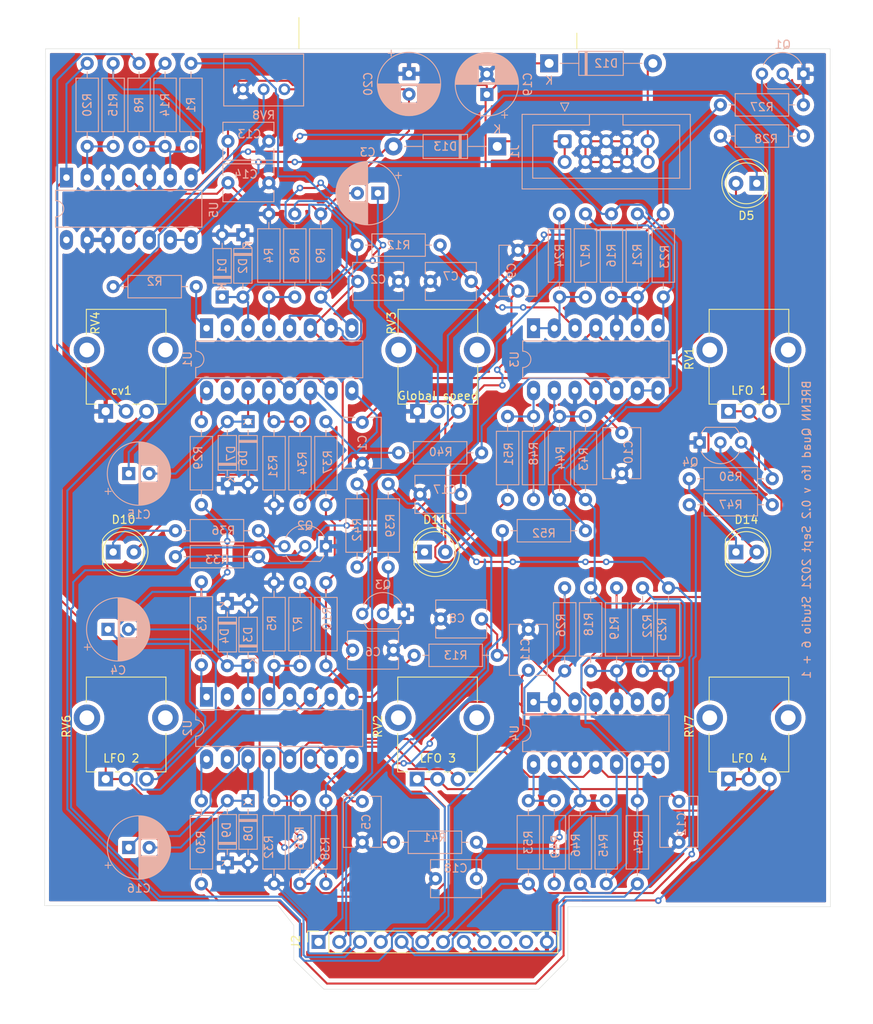
<source format=kicad_pcb>
(kicad_pcb (version 20171130) (host pcbnew "(5.1.9)-1")
  (layers (0 F.Cu signal) (31 B.Cu signal) (34 B.Paste user) (35 F.Paste user) (36 B.SilkS user) (37 F.SilkS user) (38 B.Mask user) (39 F.Mask user) (44 Edge.Cuts user))
  (net 0 "")
  (net 1 GND)
  (net 2 +12V)
  (net 3 -12V)
  (net 4 "Net-(C3-Pad1)")
  (net 5 "Net-(C3-Pad2)")
  (net 6 "Net-(C4-Pad1)")
  (net 7 "Net-(C4-Pad2)")
  (net 8 "Net-(D14-Pad1)")
  (net 9 /Lfo1UniOut)
  (net 10 /Lfo1BiOut)
  (net 11 /Lfo2UniOut)
  (net 12 /Lfo2BiOut)
  (net 13 /Lfo3UniOut)
  (net 14 /Lfo3BiOut)
  (net 15 /Lfo4UniOut)
  (net 16 /Lfo4BiOut)
  (net 17 /cv1in)
  (net 18 /cv2in)
  (net 19 "Net-(Q1-Pad2)")
  (net 20 "Net-(Q1-Pad3)")
  (net 21 "Net-(Q2-Pad3)")
  (net 22 "Net-(Q2-Pad2)")
  (net 23 "Net-(Q3-Pad3)")
  (net 24 "Net-(Q3-Pad2)")
  (net 25 "Net-(Q4-Pad3)")
  (net 26 "Net-(Q4-Pad2)")
  (net 27 "Net-(R1-Pad2)")
  (net 28 "Net-(R1-Pad1)")
  (net 29 "Net-(R2-Pad2)")
  (net 30 "Net-(R2-Pad1)")
  (net 31 "Net-(R3-Pad2)")
  (net 32 "Net-(R3-Pad1)")
  (net 33 "Net-(R4-Pad1)")
  (net 34 "Net-(R5-Pad1)")
  (net 35 "Net-(R10-Pad2)")
  (net 36 "Net-(R12-Pad2)")
  (net 37 "Net-(R15-Pad2)")
  (net 38 "Net-(R19-Pad2)")
  (net 39 "Net-(R21-Pad1)")
  (net 40 /OffsetRef)
  (net 41 /VfcGlobal)
  (net 42 "Net-(R29-Pad1)")
  (net 43 "Net-(R30-Pad1)")
  (net 44 "Net-(R43-Pad1)")
  (net 45 "Net-(R48-Pad1)")
  (net 46 "Net-(U1-Pad2)")
  (net 47 "Net-(U1-Pad15)")
  (net 48 "Net-(U2-Pad2)")
  (net 49 "Net-(U2-Pad15)")
  (net 50 "Net-(C7-Pad1)")
  (net 51 "Net-(C8-Pad1)")
  (net 52 "Net-(C15-Pad1)")
  (net 53 "Net-(C15-Pad2)")
  (net 54 "Net-(C16-Pad2)")
  (net 55 "Net-(C16-Pad1)")
  (net 56 "Net-(C17-Pad1)")
  (net 57 "Net-(C18-Pad1)")
  (net 58 "Net-(D5-Pad1)")
  (net 59 "Net-(D10-Pad1)")
  (net 60 "Net-(D11-Pad1)")
  (net 61 "Net-(D12-Pad2)")
  (net 62 "Net-(D13-Pad1)")
  (net 63 "Net-(J2-Pad11)")
  (net 64 "Net-(R8-Pad2)")
  (net 65 "Net-(R14-Pad2)")
  (net 66 "Net-(R16-Pad1)")
  (net 67 "Net-(R17-Pad2)")
  (net 68 "Net-(R18-Pad1)")
  (net 69 "Net-(R22-Pad1)")
  (net 70 "Net-(R29-Pad2)")
  (net 71 "Net-(R30-Pad2)")
  (net 72 "Net-(R31-Pad1)")
  (net 73 "Net-(R32-Pad1)")
  (net 74 "Net-(R34-Pad1)")
  (net 75 "Net-(R35-Pad1)")
  (net 76 "Net-(R44-Pad2)")
  (net 77 "Net-(R45-Pad1)")
  (net 78 "Net-(R46-Pad2)")
  (net 79 "Net-(R49-Pad1)")
  (net 80 "Net-(RV8-Pad2)")
  (net 81 "Net-(U5-Pad14)")
  (module Resistor_THT:R_Axial_DIN0207_L6.3mm_D2.5mm_P10.16mm_Horizontal (layer B.Cu) (at 86.055 40.2 270)
    (fp_text reference R17 (at 5.08 0 90) (layer B.SilkS) (effects (justify mirror)))
    (fp_text value 100k)
    (pad 2 thru_hole oval (at 10.16 0 270) (size 1.6 1.6) (drill 0.8) (layers *.Cu *.Mask) (net 67 "Net-(R17-Pad2)"))
    (pad 1 thru_hole circle (at 0 0 270) (size 1.6 1.6) (drill 0.8) (layers *.Cu *.Mask) (net 66 "Net-(R16-Pad1)"))
  )
  (module Potentiometer_THT:Potentiometer_Alpha_RD901F-40-00D_Single_Vertical_CircularHoles (layer F.Cu) (at 65.5 64.335 90)
    (fp_text reference RV3 (at 10.795 -3.175 270) (layer F.SilkS))
    (fp_text value 100k)
    (pad "" thru_hole circle (at 7.5 -2.3 180) (size 3.24 3.24) (drill 1.8) (layers *.Cu *.Mask))
    (pad "" thru_hole circle (at 7.5 7.3 180) (size 3.24 3.24) (drill 1.8) (layers *.Cu *.Mask))
    (pad 3 thru_hole circle (at 0 5 180) (size 1.8 1.8) (drill 1) (layers *.Cu *.Mask) (net 2 +12V))
    (pad 2 thru_hole circle (at 0 2.5 180) (size 1.8 1.8) (drill 1) (layers *.Cu *.Mask) (net 27 "Net-(R1-Pad2)"))
    (pad 1 thru_hole rect (at 0 0 180) (size 1.8 1.8) (drill 1) (layers *.Cu *.Mask) (net 1 GND))
  )
  (module Potentiometer_THT:Potentiometer_Alpha_RD901F-40-00D_Single_Vertical_CircularHoles (layer F.Cu) (at 27.36 64.335 90)
    (fp_text reference RV4 (at 10.795 -1.27 270) (layer F.SilkS))
    (fp_text value 100k)
    (pad "" thru_hole circle (at 7.5 -2.3 180) (size 3.24 3.24) (drill 1.8) (layers *.Cu *.Mask))
    (pad "" thru_hole circle (at 7.5 7.3 180) (size 3.24 3.24) (drill 1.8) (layers *.Cu *.Mask))
    (pad 3 thru_hole circle (at 0 5 180) (size 1.8 1.8) (drill 1) (layers *.Cu *.Mask) (net 17 /cv1in))
    (pad 2 thru_hole circle (at 0 2.5 180) (size 1.8 1.8) (drill 1) (layers *.Cu *.Mask) (net 64 "Net-(R8-Pad2)"))
    (pad 1 thru_hole rect (at 0 0 180) (size 1.8 1.8) (drill 1) (layers *.Cu *.Mask) (net 1 GND))
  )
  (module Capacitor_THT:C_Disc_D6.0mm_W4.4mm_P5.00mm (layer B.Cu) (at 58.75 70.68 90)
    (fp_text reference C1 (at 2.5 0.015001 90) (layer B.SilkS) (effects (justify mirror)))
    (fp_text value 0.1uF)
    (pad 1 thru_hole circle (at 0 0 90) (size 1.6 1.6) (drill 0.8) (layers *.Cu *.Mask) (net 1 GND))
    (pad 2 thru_hole circle (at 5 0 90) (size 1.6 1.6) (drill 0.8) (layers *.Cu *.Mask) (net 2 +12V))
  )
  (module Capacitor_THT:C_Disc_D6.0mm_W4.4mm_P5.00mm (layer B.Cu) (at 63.195 48.455 180)
    (fp_text reference C2 (at 2.5 0.250001) (layer B.SilkS) (effects (justify mirror)))
    (fp_text value 0.1uF)
    (pad 2 thru_hole circle (at 5 0 180) (size 1.6 1.6) (drill 0.8) (layers *.Cu *.Mask) (net 3 -12V))
    (pad 1 thru_hole circle (at 0 0 180) (size 1.6 1.6) (drill 0.8) (layers *.Cu *.Mask) (net 1 GND))
  )
  (module Capacitor_THT:CP_Radial_D7.5mm_P2.50mm (layer B.Cu) (at 60.655 37.66 180)
    (fp_text reference C3 (at 1.25 5) (layer B.SilkS) (effects (justify mirror)))
    (fp_text value 470uF)
    (pad 1 thru_hole rect (at 0 0 180) (size 1.6 1.6) (drill 0.8) (layers *.Cu *.Mask) (net 4 "Net-(C3-Pad1)"))
    (pad 2 thru_hole circle (at 2.5 0 180) (size 1.6 1.6) (drill 0.8) (layers *.Cu *.Mask) (net 5 "Net-(C3-Pad2)"))
  )
  (module Capacitor_THT:CP_Radial_D7.5mm_P2.50mm (layer B.Cu) (at 27.635 91)
    (fp_text reference C4 (at 1.25 5) (layer B.SilkS) (effects (justify mirror)))
    (fp_text value 470uF)
    (pad 2 thru_hole circle (at 2.5 0) (size 1.6 1.6) (drill 0.8) (layers *.Cu *.Mask) (net 7 "Net-(C4-Pad2)"))
    (pad 1 thru_hole rect (at 0 0) (size 1.6 1.6) (drill 0.8) (layers *.Cu *.Mask) (net 6 "Net-(C4-Pad1)"))
  )
  (module Capacitor_THT:C_Disc_D6.0mm_W4.4mm_P5.00mm (layer B.Cu) (at 58.75 117.035 90)
    (fp_text reference C5 (at 2.5 0.485001 90) (layer B.SilkS) (effects (justify mirror)))
    (fp_text value 0.1uF)
    (pad 1 thru_hole circle (at 0 0 90) (size 1.6 1.6) (drill 0.8) (layers *.Cu *.Mask) (net 1 GND))
    (pad 2 thru_hole circle (at 5 0 90) (size 1.6 1.6) (drill 0.8) (layers *.Cu *.Mask) (net 2 +12V))
  )
  (module Capacitor_THT:C_Disc_D6.0mm_W4.4mm_P5.00mm (layer B.Cu) (at 62.56 93.54 180)
    (fp_text reference C6 (at 2.5 -0.224999) (layer B.SilkS) (effects (justify mirror)))
    (fp_text value 0.1uF)
    (pad 2 thru_hole circle (at 5 0 180) (size 1.6 1.6) (drill 0.8) (layers *.Cu *.Mask) (net 3 -12V))
    (pad 1 thru_hole circle (at 0 0 180) (size 1.6 1.6) (drill 0.8) (layers *.Cu *.Mask) (net 1 GND))
  )
  (module Capacitor_THT:C_Disc_D6.0mm_W4.4mm_P5.00mm (layer B.Cu) (at 72.085 48.455 180)
    (fp_text reference C7 (at 2.5 0.635) (layer B.SilkS) (effects (justify mirror)))
    (fp_text value 1uF)
    (pad 2 thru_hole circle (at 5 0 180) (size 1.6 1.6) (drill 0.8) (layers *.Cu *.Mask) (net 1 GND))
    (pad 1 thru_hole circle (at 0 0 180) (size 1.6 1.6) (drill 0.8) (layers *.Cu *.Mask) (net 50 "Net-(C7-Pad1)"))
  )
  (module Capacitor_THT:C_Disc_D6.0mm_W4.4mm_P5.00mm (layer B.Cu) (at 73.355 89.73 180)
    (fp_text reference C8 (at 3.014999 0.085001) (layer B.SilkS) (effects (justify mirror)))
    (fp_text value 1uF)
    (pad 2 thru_hole circle (at 5 0 180) (size 1.6 1.6) (drill 0.8) (layers *.Cu *.Mask) (net 1 GND))
    (pad 1 thru_hole circle (at 0 0 180) (size 1.6 1.6) (drill 0.8) (layers *.Cu *.Mask) (net 51 "Net-(C8-Pad1)"))
  )
  (module Capacitor_THT:C_Disc_D6.0mm_W4.4mm_P5.00mm (layer B.Cu) (at 77.8 44.645 270)
    (fp_text reference C9 (at 2.5 0.780001 90) (layer B.SilkS) (effects (justify mirror)))
    (fp_text value 0.1uF)
    (pad 1 thru_hole circle (at 0 0 270) (size 1.6 1.6) (drill 0.8) (layers *.Cu *.Mask) (net 1 GND))
    (pad 2 thru_hole circle (at 5 0 270) (size 1.6 1.6) (drill 0.8) (layers *.Cu *.Mask) (net 2 +12V))
  )
  (module Capacitor_THT:C_Disc_D6.0mm_W4.4mm_P5.00mm (layer B.Cu) (at 90.5 71.95 90)
    (fp_text reference C10 (at 2.639999 0.810001 90) (layer B.SilkS) (effects (justify mirror)))
    (fp_text value 0.1uF)
    (pad 2 thru_hole circle (at 5 0 90) (size 1.6 1.6) (drill 0.8) (layers *.Cu *.Mask) (net 3 -12V))
    (pad 1 thru_hole circle (at 0 0 90) (size 1.6 1.6) (drill 0.8) (layers *.Cu *.Mask) (net 1 GND))
  )
  (module Capacitor_THT:C_Disc_D6.0mm_W4.4mm_P5.00mm (layer B.Cu) (at 79.07 91 270)
    (fp_text reference C11 (at 2.5 0.380001 90) (layer B.SilkS) (effects (justify mirror)))
    (fp_text value 0.1uF)
    (pad 1 thru_hole circle (at 0 0 270) (size 1.6 1.6) (drill 0.8) (layers *.Cu *.Mask) (net 1 GND))
    (pad 2 thru_hole circle (at 5 0 270) (size 1.6 1.6) (drill 0.8) (layers *.Cu *.Mask) (net 2 +12V))
  )
  (module Capacitor_THT:C_Disc_D6.0mm_W4.4mm_P5.00mm (layer B.Cu) (at 97.485 117.035 90)
    (fp_text reference C12 (at 2.204999 0.330001 90) (layer B.SilkS) (effects (justify mirror)))
    (fp_text value 0.1uF)
    (pad 2 thru_hole circle (at 5 0 90) (size 1.6 1.6) (drill 0.8) (layers *.Cu *.Mask) (net 3 -12V))
    (pad 1 thru_hole circle (at 0 0 90) (size 1.6 1.6) (drill 0.8) (layers *.Cu *.Mask) (net 1 GND))
  )
  (module Capacitor_THT:C_Disc_D6.0mm_W4.4mm_P5.00mm (layer B.Cu) (at 47.32 31.31 180)
    (fp_text reference C13 (at 2.379999 0.885001) (layer B.SilkS) (effects (justify mirror)))
    (fp_text value 0.1uF)
    (pad 2 thru_hole circle (at 5 0 180) (size 1.6 1.6) (drill 0.8) (layers *.Cu *.Mask) (net 2 +12V))
    (pad 1 thru_hole circle (at 0 0 180) (size 1.6 1.6) (drill 0.8) (layers *.Cu *.Mask) (net 1 GND))
  )
  (module Capacitor_THT:C_Disc_D6.0mm_W4.4mm_P5.00mm (layer B.Cu) (at 47.32 36.39 180)
    (fp_text reference C14 (at 2.814999 1.045001) (layer B.SilkS) (effects (justify mirror)))
    (fp_text value 0.1uF)
    (pad 1 thru_hole circle (at 0 0 180) (size 1.6 1.6) (drill 0.8) (layers *.Cu *.Mask) (net 1 GND))
    (pad 2 thru_hole circle (at 5 0 180) (size 1.6 1.6) (drill 0.8) (layers *.Cu *.Mask) (net 3 -12V))
  )
  (module Capacitor_THT:CP_Radial_D7.5mm_P2.50mm (layer B.Cu) (at 30.175 71.95)
    (fp_text reference C15 (at 1.25 5) (layer B.SilkS) (effects (justify mirror)))
    (fp_text value 470uF)
    (pad 1 thru_hole rect (at 0 0) (size 1.6 1.6) (drill 0.8) (layers *.Cu *.Mask) (net 52 "Net-(C15-Pad1)"))
    (pad 2 thru_hole circle (at 2.5 0) (size 1.6 1.6) (drill 0.8) (layers *.Cu *.Mask) (net 53 "Net-(C15-Pad2)"))
  )
  (module Capacitor_THT:CP_Radial_D7.5mm_P2.50mm (layer B.Cu) (at 30.175 117.67)
    (fp_text reference C16 (at 1.25 5) (layer B.SilkS) (effects (justify mirror)))
    (fp_text value 470uF)
    (pad 2 thru_hole circle (at 2.5 0) (size 1.6 1.6) (drill 0.8) (layers *.Cu *.Mask) (net 54 "Net-(C16-Pad2)"))
    (pad 1 thru_hole rect (at 0 0) (size 1.6 1.6) (drill 0.8) (layers *.Cu *.Mask) (net 55 "Net-(C16-Pad1)"))
  )
  (module Capacitor_THT:C_Disc_D6.0mm_W4.4mm_P5.00mm (layer B.Cu) (at 70.815 74.49 180)
    (fp_text reference C17 (at 1.949999 0.590001) (layer B.SilkS) (effects (justify mirror)))
    (fp_text value 1uF)
    (pad 1 thru_hole circle (at 0 0 180) (size 1.6 1.6) (drill 0.8) (layers *.Cu *.Mask) (net 56 "Net-(C17-Pad1)"))
    (pad 2 thru_hole circle (at 5 0 180) (size 1.6 1.6) (drill 0.8) (layers *.Cu *.Mask) (net 1 GND))
  )
  (module Capacitor_THT:C_Disc_D6.0mm_W4.4mm_P5.00mm (layer B.Cu) (at 72.72 121.48 180)
    (fp_text reference C18 (at 2.54 1.27) (layer B.SilkS) (effects (justify mirror)))
    (fp_text value 1uF)
    (pad 1 thru_hole circle (at 0 0 180) (size 1.6 1.6) (drill 0.8) (layers *.Cu *.Mask) (net 57 "Net-(C18-Pad1)"))
    (pad 2 thru_hole circle (at 5 0 180) (size 1.6 1.6) (drill 0.8) (layers *.Cu *.Mask) (net 1 GND))
  )
  (module Capacitor_THT:CP_Radial_D7.5mm_P2.50mm (layer B.Cu) (at 73.99 25.595 90)
    (fp_text reference C19 (at 1.25 5 270) (layer B.SilkS) (effects (justify mirror)))
    (fp_text value 10uF)
    (pad 1 thru_hole rect (at 0 0 90) (size 1.6 1.6) (drill 0.8) (layers *.Cu *.Mask) (net 2 +12V))
    (pad 2 thru_hole circle (at 2.5 0 90) (size 1.6 1.6) (drill 0.8) (layers *.Cu *.Mask) (net 1 GND))
  )
  (module Capacitor_THT:CP_Radial_D7.5mm_P2.50mm (layer B.Cu) (at 64.465 23.055 270)
    (fp_text reference C20 (at 1.25 5 90) (layer B.SilkS) (effects (justify mirror)))
    (fp_text value 10uF)
    (pad 2 thru_hole circle (at 2.5 0 270) (size 1.6 1.6) (drill 0.8) (layers *.Cu *.Mask) (net 3 -12V))
    (pad 1 thru_hole rect (at 0 0 270) (size 1.6 1.6) (drill 0.8) (layers *.Cu *.Mask) (net 1 GND))
  )
  (module Diode_THT:D_DO-35_SOD27_P7.62mm_Horizontal (layer B.Cu) (at 41.605 50.36 90)
    (fp_text reference D1 (at 3.81 0 90) (layer B.SilkS) (effects (justify mirror)))
    (fp_text value 1N914)
    (fp_text user K (at 1.27 0 90) (layer B.SilkS) (effects (justify mirror)))
    (pad 2 thru_hole oval (at 7.62 0 90) (size 1.6 1.6) (drill 0.8) (layers *.Cu *.Mask) (net 1 GND))
    (pad 1 thru_hole rect (at 0 0 90) (size 1.6 1.6) (drill 0.8) (layers *.Cu *.Mask) (net 5 "Net-(C3-Pad2)"))
  )
  (module Diode_THT:D_DO-35_SOD27_P7.62mm_Horizontal (layer B.Cu) (at 44.145 42.74 270)
    (fp_text reference D2 (at 3.81 0 90) (layer B.SilkS) (effects (justify mirror)))
    (fp_text value 1N914)
    (fp_text user K (at 1.27 -0.635 90) (layer B.SilkS) (effects (justify mirror)))
    (pad 1 thru_hole rect (at 0 0 270) (size 1.6 1.6) (drill 0.8) (layers *.Cu *.Mask) (net 1 GND))
    (pad 2 thru_hole oval (at 7.62 0 270) (size 1.6 1.6) (drill 0.8) (layers *.Cu *.Mask) (net 5 "Net-(C3-Pad2)"))
  )
  (module Diode_THT:D_DO-35_SOD27_P7.62mm_Horizontal (layer B.Cu) (at 44.78 95.445 90)
    (fp_text reference D3 (at 3.81 0 90) (layer B.SilkS) (effects (justify mirror)))
    (fp_text value 1N914)
    (fp_text user K (at 0.635 0.635 90) (layer B.SilkS) (effects (justify mirror)))
    (pad 1 thru_hole rect (at 0 0 90) (size 1.6 1.6) (drill 0.8) (layers *.Cu *.Mask) (net 7 "Net-(C4-Pad2)"))
    (pad 2 thru_hole oval (at 7.62 0 90) (size 1.6 1.6) (drill 0.8) (layers *.Cu *.Mask) (net 1 GND))
  )
  (module Diode_THT:D_DO-35_SOD27_P7.62mm_Horizontal (layer B.Cu) (at 42.24 87.825 270)
    (fp_text reference D4 (at 3.984999 0.345001 90) (layer B.SilkS) (effects (justify mirror)))
    (fp_text value 1N914)
    (fp_text user K (at 0.174999 0.345001 90) (layer B.SilkS) (effects (justify mirror)))
    (pad 2 thru_hole oval (at 7.62 0 270) (size 1.6 1.6) (drill 0.8) (layers *.Cu *.Mask) (net 7 "Net-(C4-Pad2)"))
    (pad 1 thru_hole rect (at 0 0 270) (size 1.6 1.6) (drill 0.8) (layers *.Cu *.Mask) (net 1 GND))
  )
  (module LED_THT:LED_D5.0mm (layer F.Cu) (at 107.01 36.455 180)
    (fp_text reference D5 (at 1.27 -3.96) (layer F.SilkS))
    (fp_text value LED)
    (pad 2 thru_hole circle (at 2.54 0 180) (size 1.8 1.8) (drill 0.9) (layers *.Cu *.Mask) (net 2 +12V))
    (pad 1 thru_hole rect (at 0 0 180) (size 1.8 1.8) (drill 0.9) (layers *.Cu *.Mask) (net 58 "Net-(D5-Pad1)"))
  )
  (module Diode_THT:D_DO-35_SOD27_P7.62mm_Horizontal (layer B.Cu) (at 44.78 65.6 270)
    (fp_text reference D6 (at 4.445 0.635 90) (layer B.SilkS) (effects (justify mirror)))
    (fp_text value 1N914)
    (fp_text user K (at 0 0 90) (layer B.SilkS) (effects (justify mirror)))
    (pad 2 thru_hole oval (at 7.62 0 270) (size 1.6 1.6) (drill 0.8) (layers *.Cu *.Mask) (net 1 GND))
    (pad 1 thru_hole rect (at 0 0 270) (size 1.6 1.6) (drill 0.8) (layers *.Cu *.Mask) (net 53 "Net-(C15-Pad2)"))
  )
  (module Diode_THT:D_DO-35_SOD27_P7.62mm_Horizontal (layer B.Cu) (at 42.24 73.22 90)
    (fp_text reference D7 (at 3.724999 0.450001 90) (layer B.SilkS) (effects (justify mirror)))
    (fp_text value 1N914)
    (fp_text user K (at 0.549999 0.450001 90) (layer B.SilkS) (effects (justify mirror)))
    (pad 1 thru_hole rect (at 0 0 90) (size 1.6 1.6) (drill 0.8) (layers *.Cu *.Mask) (net 1 GND))
    (pad 2 thru_hole oval (at 7.62 0 90) (size 1.6 1.6) (drill 0.8) (layers *.Cu *.Mask) (net 53 "Net-(C15-Pad2)"))
  )
  (module Diode_THT:D_DO-35_SOD27_P7.62mm_Horizontal (layer B.Cu) (at 44.78 111.955 270)
    (fp_text reference D8 (at 3.984999 -0.029999 90) (layer B.SilkS) (effects (justify mirror)))
    (fp_text value 1N914)
    (fp_text user K (at 0.174999 -0.029999 90) (layer B.SilkS) (effects (justify mirror)))
    (pad 1 thru_hole rect (at 0 0 270) (size 1.6 1.6) (drill 0.8) (layers *.Cu *.Mask) (net 54 "Net-(C16-Pad2)"))
    (pad 2 thru_hole oval (at 7.62 0 270) (size 1.6 1.6) (drill 0.8) (layers *.Cu *.Mask) (net 1 GND))
  )
  (module Diode_THT:D_DO-35_SOD27_P7.62mm_Horizontal (layer B.Cu) (at 42.24 119.575 90)
    (fp_text reference D9 (at 4.049999 -0.099999 90) (layer B.SilkS) (effects (justify mirror)))
    (fp_text value 1N914)
    (fp_text user K (at 0 -0.099999 90) (layer B.SilkS) (effects (justify mirror)))
    (pad 2 thru_hole oval (at 7.62 0 90) (size 1.6 1.6) (drill 0.8) (layers *.Cu *.Mask) (net 54 "Net-(C16-Pad2)"))
    (pad 1 thru_hole rect (at 0 0 90) (size 1.6 1.6) (drill 0.8) (layers *.Cu *.Mask) (net 1 GND))
  )
  (module LED_THT:LED_D5.0mm (layer F.Cu) (at 28.27 81.54)
    (fp_text reference D10 (at 1.27 -3.96) (layer F.SilkS))
    (fp_text value LED)
    (pad 1 thru_hole rect (at 0 0) (size 1.8 1.8) (drill 0.9) (layers *.Cu *.Mask) (net 59 "Net-(D10-Pad1)"))
    (pad 2 thru_hole circle (at 2.54 0) (size 1.8 1.8) (drill 0.9) (layers *.Cu *.Mask) (net 2 +12V))
  )
  (module LED_THT:LED_D5.0mm (layer F.Cu) (at 66.37 81.54)
    (fp_text reference D11 (at 1.27 -3.96) (layer F.SilkS))
    (fp_text value LED)
    (pad 2 thru_hole circle (at 2.54 0) (size 1.8 1.8) (drill 0.9) (layers *.Cu *.Mask) (net 2 +12V))
    (pad 1 thru_hole rect (at 0 0) (size 1.8 1.8) (drill 0.9) (layers *.Cu *.Mask) (net 60 "Net-(D11-Pad1)"))
  )
  (module Diode_THT:D_DO-41_SOD81_P12.70mm_Horizontal (layer B.Cu) (at 81.61 21.785)
    (fp_text reference D12 (at 6.985 0 180) (layer B.SilkS) (effects (justify mirror)))
    (fp_text value 1N5817)
    (fp_text user K (at 0 2.1 180) (layer B.SilkS) (effects (justify mirror)))
    (pad 2 thru_hole oval (at 12.7 0) (size 2.2 2.2) (drill 1.1) (layers *.Cu *.Mask) (net 61 "Net-(D12-Pad2)"))
    (pad 1 thru_hole rect (at 0 0) (size 2.2 2.2) (drill 1.1) (layers *.Cu *.Mask) (net 2 +12V))
  )
  (module Diode_THT:D_DO-41_SOD81_P12.70mm_Horizontal (layer B.Cu) (at 75.26 31.945 180)
    (fp_text reference D13 (at 6.35 0) (layer B.SilkS) (effects (justify mirror)))
    (fp_text value 1N5817)
    (fp_text user K (at 0 2.1 180) (layer B.SilkS) (effects (justify mirror)))
    (pad 1 thru_hole rect (at 0 0 180) (size 2.2 2.2) (drill 1.1) (layers *.Cu *.Mask) (net 62 "Net-(D13-Pad1)"))
    (pad 2 thru_hole oval (at 12.7 0 180) (size 2.2 2.2) (drill 1.1) (layers *.Cu *.Mask) (net 3 -12V))
  )
  (module LED_THT:LED_D5.0mm (layer F.Cu) (at 104.47 81.54)
    (fp_text reference D14 (at 1.27 -3.96) (layer F.SilkS))
    (fp_text value LED)
    (pad 1 thru_hole rect (at 0 0) (size 1.8 1.8) (drill 0.9) (layers *.Cu *.Mask) (net 8 "Net-(D14-Pad1)"))
    (pad 2 thru_hole circle (at 2.54 0) (size 1.8 1.8) (drill 0.9) (layers *.Cu *.Mask) (net 2 +12V))
  )
  (module Connector_IDC:IDC-Header_2x05_P2.54mm_Vertical (layer B.Cu) (at 83.515 31.31 270)
    (fp_text reference J1 (at 1.27 6.1 270) (layer B.SilkS) (effects (justify mirror)))
    (fp_text value Power)
    (pad 1 thru_hole roundrect (at 0 0 270) (size 1.7 1.7) (drill 1) (layers *.Cu *.Mask) (roundrect_rratio 0.1470588235294118) (net 62 "Net-(D13-Pad1)"))
    (pad 3 thru_hole circle (at 0 -2.54 270) (size 1.7 1.7) (drill 1) (layers *.Cu *.Mask) (net 1 GND))
    (pad 5 thru_hole circle (at 0 -5.08 270) (size 1.7 1.7) (drill 1) (layers *.Cu *.Mask) (net 1 GND))
    (pad 7 thru_hole circle (at 0 -7.62 270) (size 1.7 1.7) (drill 1) (layers *.Cu *.Mask) (net 1 GND))
    (pad 9 thru_hole circle (at 0 -10.16 270) (size 1.7 1.7) (drill 1) (layers *.Cu *.Mask) (net 61 "Net-(D12-Pad2)"))
    (pad 2 thru_hole circle (at 2.54 0 270) (size 1.7 1.7) (drill 1) (layers *.Cu *.Mask) (net 62 "Net-(D13-Pad1)"))
    (pad 4 thru_hole circle (at 2.54 -2.54 270) (size 1.7 1.7) (drill 1) (layers *.Cu *.Mask) (net 1 GND))
    (pad 6 thru_hole circle (at 2.54 -5.08 270) (size 1.7 1.7) (drill 1) (layers *.Cu *.Mask) (net 1 GND))
    (pad 8 thru_hole circle (at 2.54 -7.62 270) (size 1.7 1.7) (drill 1) (layers *.Cu *.Mask) (net 1 GND))
    (pad 10 thru_hole circle (at 2.54 -10.16 270) (size 1.7 1.7) (drill 1) (layers *.Cu *.Mask) (net 61 "Net-(D12-Pad2)"))
  )
  (module Connector_PinSocket_2.54mm:PinSocket_1x12_P2.54mm_Vertical (layer F.Cu) (at 53.395 129.22 90)
    (fp_text reference J2 (at 0 -2.77 90) (layer F.SilkS))
    (fp_text value "TO JACKS")
    (pad 1 thru_hole rect (at 0 0 90) (size 1.7 1.7) (drill 1) (layers *.Cu *.Mask) (net 9 /Lfo1UniOut))
    (pad 2 thru_hole oval (at 0 2.54 90) (size 1.7 1.7) (drill 1) (layers *.Cu *.Mask) (net 10 /Lfo1BiOut))
    (pad 3 thru_hole oval (at 0 5.08 90) (size 1.7 1.7) (drill 1) (layers *.Cu *.Mask) (net 11 /Lfo2UniOut))
    (pad 4 thru_hole oval (at 0 7.62 90) (size 1.7 1.7) (drill 1) (layers *.Cu *.Mask) (net 12 /Lfo2BiOut))
    (pad 5 thru_hole oval (at 0 10.16 90) (size 1.7 1.7) (drill 1) (layers *.Cu *.Mask) (net 13 /Lfo3UniOut))
    (pad 6 thru_hole oval (at 0 12.7 90) (size 1.7 1.7) (drill 1) (layers *.Cu *.Mask) (net 14 /Lfo3BiOut))
    (pad 7 thru_hole oval (at 0 15.24 90) (size 1.7 1.7) (drill 1) (layers *.Cu *.Mask) (net 15 /Lfo4UniOut))
    (pad 8 thru_hole oval (at 0 17.78 90) (size 1.7 1.7) (drill 1) (layers *.Cu *.Mask) (net 16 /Lfo4BiOut))
    (pad 9 thru_hole oval (at 0 20.32 90) (size 1.7 1.7) (drill 1) (layers *.Cu *.Mask) (net 17 /cv1in))
    (pad 10 thru_hole oval (at 0 22.86 90) (size 1.7 1.7) (drill 1) (layers *.Cu *.Mask) (net 18 /cv2in))
    (pad 11 thru_hole oval (at 0 25.4 90) (size 1.7 1.7) (drill 1) (layers *.Cu *.Mask) (net 63 "Net-(J2-Pad11)"))
    (pad 12 thru_hole oval (at 0 27.94 90) (size 1.7 1.7) (drill 1) (layers *.Cu *.Mask) (net 1 GND))
  )
  (module Package_TO_SOT_THT:TO-92_Inline_Wide (layer B.Cu) (at 112.725 23.055 180)
    (fp_text reference Q1 (at 2.54 3.56) (layer B.SilkS) (effects (justify mirror)))
    (fp_text value 2N3904)
    (pad 1 thru_hole rect (at 0 0 180) (size 1.5 1.5) (drill 0.8) (layers *.Cu *.Mask) (net 1 GND))
    (pad 3 thru_hole circle (at 5.08 0 180) (size 1.5 1.5) (drill 0.8) (layers *.Cu *.Mask) (net 20 "Net-(Q1-Pad3)"))
    (pad 2 thru_hole circle (at 2.54 0 180) (size 1.5 1.5) (drill 0.8) (layers *.Cu *.Mask) (net 19 "Net-(Q1-Pad2)"))
  )
  (module Package_TO_SOT_THT:TO-92_Inline_Wide (layer B.Cu) (at 54.305 80.84 180)
    (fp_text reference Q2 (at 2.54 2.54) (layer B.SilkS) (effects (justify mirror)))
    (fp_text value 2N3904)
    (pad 2 thru_hole circle (at 2.54 0 180) (size 1.5 1.5) (drill 0.8) (layers *.Cu *.Mask) (net 22 "Net-(Q2-Pad2)"))
    (pad 3 thru_hole circle (at 5.08 0 180) (size 1.5 1.5) (drill 0.8) (layers *.Cu *.Mask) (net 21 "Net-(Q2-Pad3)"))
    (pad 1 thru_hole rect (at 0 0 180) (size 1.5 1.5) (drill 0.8) (layers *.Cu *.Mask) (net 1 GND))
  )
  (module Package_TO_SOT_THT:TO-92_Inline_Wide (layer B.Cu) (at 63.83 89.095 180)
    (fp_text reference Q3 (at 2.54 3.56) (layer B.SilkS) (effects (justify mirror)))
    (fp_text value 2N3904)
    (pad 1 thru_hole rect (at 0 0 180) (size 1.5 1.5) (drill 0.8) (layers *.Cu *.Mask) (net 1 GND))
    (pad 3 thru_hole circle (at 5.08 0 180) (size 1.5 1.5) (drill 0.8) (layers *.Cu *.Mask) (net 23 "Net-(Q3-Pad3)"))
    (pad 2 thru_hole circle (at 2.54 0 180) (size 1.5 1.5) (drill 0.8) (layers *.Cu *.Mask) (net 24 "Net-(Q3-Pad2)"))
  )
  (module Package_TO_SOT_THT:TO-92_Inline_Wide (layer B.Cu) (at 100.025 68.14)
    (fp_text reference Q4 (at -1.143 2.413) (layer B.SilkS) (effects (justify mirror)))
    (fp_text value 2N3904)
    (pad 2 thru_hole circle (at 2.54 0) (size 1.5 1.5) (drill 0.8) (layers *.Cu *.Mask) (net 26 "Net-(Q4-Pad2)"))
    (pad 3 thru_hole circle (at 5.08 0) (size 1.5 1.5) (drill 0.8) (layers *.Cu *.Mask) (net 25 "Net-(Q4-Pad3)"))
    (pad 1 thru_hole rect (at 0 0) (size 1.5 1.5) (drill 0.8) (layers *.Cu *.Mask) (net 1 GND))
  )
  (module Resistor_THT:R_Axial_DIN0207_L6.3mm_D2.5mm_P10.16mm_Horizontal (layer B.Cu) (at 37.795 31.945 90)
    (fp_text reference R1 (at 5.08 0 90) (layer B.SilkS) (effects (justify mirror)))
    (fp_text value 100k)
    (pad 2 thru_hole oval (at 10.16 0 90) (size 1.6 1.6) (drill 0.8) (layers *.Cu *.Mask) (net 27 "Net-(R1-Pad2)"))
    (pad 1 thru_hole circle (at 0 0 90) (size 1.6 1.6) (drill 0.8) (layers *.Cu *.Mask) (net 28 "Net-(R1-Pad1)"))
  )
  (module Resistor_THT:R_Axial_DIN0207_L6.3mm_D2.5mm_P10.16mm_Horizontal (layer B.Cu) (at 38.43 49.09 180)
    (fp_text reference R2 (at 5.08 0.635) (layer B.SilkS) (effects (justify mirror)))
    (fp_text value 7.5k)
    (pad 1 thru_hole circle (at 0 0 180) (size 1.6 1.6) (drill 0.8) (layers *.Cu *.Mask) (net 30 "Net-(R2-Pad1)"))
    (pad 2 thru_hole oval (at 10.16 0 180) (size 1.6 1.6) (drill 0.8) (layers *.Cu *.Mask) (net 29 "Net-(R2-Pad2)"))
  )
  (module Resistor_THT:R_Axial_DIN0207_L6.3mm_D2.5mm_P10.16mm_Horizontal (layer B.Cu) (at 39.065 95.344999 90)
    (fp_text reference R3 (at 5.08 0.100001 90) (layer B.SilkS) (effects (justify mirror)))
    (fp_text value 7.5k)
    (pad 1 thru_hole circle (at 0 0 90) (size 1.6 1.6) (drill 0.8) (layers *.Cu *.Mask) (net 32 "Net-(R3-Pad1)"))
    (pad 2 thru_hole oval (at 10.16 0 90) (size 1.6 1.6) (drill 0.8) (layers *.Cu *.Mask) (net 31 "Net-(R3-Pad2)"))
  )
  (module Resistor_THT:R_Axial_DIN0207_L6.3mm_D2.5mm_P10.16mm_Horizontal (layer B.Cu) (at 47.32 50.36 90)
    (fp_text reference R4 (at 5.08 0 90) (layer B.SilkS) (effects (justify mirror)))
    (fp_text value 7.5k)
    (pad 2 thru_hole oval (at 10.16 0 90) (size 1.6 1.6) (drill 0.8) (layers *.Cu *.Mask) (net 1 GND))
    (pad 1 thru_hole circle (at 0 0 90) (size 1.6 1.6) (drill 0.8) (layers *.Cu *.Mask) (net 33 "Net-(R4-Pad1)"))
  )
  (module Resistor_THT:R_Axial_DIN0207_L6.3mm_D2.5mm_P10.16mm_Horizontal (layer B.Cu) (at 47.955 95.445 90)
    (fp_text reference R5 (at 5.204999 -0.259999 90) (layer B.SilkS) (effects (justify mirror)))
    (fp_text value 7.5k)
    (pad 2 thru_hole oval (at 10.16 0 90) (size 1.6 1.6) (drill 0.8) (layers *.Cu *.Mask) (net 1 GND))
    (pad 1 thru_hole circle (at 0 0 90) (size 1.6 1.6) (drill 0.8) (layers *.Cu *.Mask) (net 34 "Net-(R5-Pad1)"))
  )
  (module Resistor_THT:R_Axial_DIN0207_L6.3mm_D2.5mm_P10.16mm_Horizontal (layer B.Cu) (at 50.495 40.2 270)
    (fp_text reference R6 (at 5.08 0 90) (layer B.SilkS) (effects (justify mirror)))
    (fp_text value 100k)
    (pad 2 thru_hole oval (at 10.16 0 270) (size 1.6 1.6) (drill 0.8) (layers *.Cu *.Mask) (net 33 "Net-(R4-Pad1)"))
    (pad 1 thru_hole circle (at 0 0 270) (size 1.6 1.6) (drill 0.8) (layers *.Cu *.Mask) (net 36 "Net-(R12-Pad2)"))
  )
  (module Resistor_THT:R_Axial_DIN0207_L6.3mm_D2.5mm_P10.16mm_Horizontal (layer B.Cu) (at 51.13 85.285 270)
    (fp_text reference R7 (at 5.08 0.255001 90) (layer B.SilkS) (effects (justify mirror)))
    (fp_text value 100k)
    (pad 1 thru_hole circle (at 0 0 270) (size 1.6 1.6) (drill 0.8) (layers *.Cu *.Mask) (net 35 "Net-(R10-Pad2)"))
    (pad 2 thru_hole oval (at 10.16 0 270) (size 1.6 1.6) (drill 0.8) (layers *.Cu *.Mask) (net 34 "Net-(R5-Pad1)"))
  )
  (module Resistor_THT:R_Axial_DIN0207_L6.3mm_D2.5mm_P10.16mm_Horizontal (layer B.Cu) (at 31.445 31.945 90)
    (fp_text reference R8 (at 5.08 0 90) (layer B.SilkS) (effects (justify mirror)))
    (fp_text value 100k)
    (pad 1 thru_hole circle (at 0 0 90) (size 1.6 1.6) (drill 0.8) (layers *.Cu *.Mask) (net 28 "Net-(R1-Pad1)"))
    (pad 2 thru_hole oval (at 10.16 0 90) (size 1.6 1.6) (drill 0.8) (layers *.Cu *.Mask) (net 64 "Net-(R8-Pad2)"))
  )
  (module Resistor_THT:R_Axial_DIN0207_L6.3mm_D2.5mm_P10.16mm_Horizontal (layer B.Cu) (at 53.67 40.2 270)
    (fp_text reference R9 (at 5.08 0 90) (layer B.SilkS) (effects (justify mirror)))
    (fp_text value 5.1k)
    (pad 2 thru_hole oval (at 10.16 0 270) (size 1.6 1.6) (drill 0.8) (layers *.Cu *.Mask) (net 36 "Net-(R12-Pad2)"))
    (pad 1 thru_hole circle (at 0 0 270) (size 1.6 1.6) (drill 0.8) (layers *.Cu *.Mask) (net 3 -12V))
  )
  (module Resistor_THT:R_Axial_DIN0207_L6.3mm_D2.5mm_P10.16mm_Horizontal (layer B.Cu) (at 54.305 85.285 270)
    (fp_text reference R10 (at 4.364999 -0.139999 90) (layer B.SilkS) (effects (justify mirror)))
    (fp_text value 5.1k)
    (pad 2 thru_hole oval (at 10.16 0 270) (size 1.6 1.6) (drill 0.8) (layers *.Cu *.Mask) (net 35 "Net-(R10-Pad2)"))
    (pad 1 thru_hole circle (at 0 0 270) (size 1.6 1.6) (drill 0.8) (layers *.Cu *.Mask) (net 3 -12V))
  )
  (module Resistor_THT:R_Axial_DIN0207_L6.3mm_D2.5mm_P10.16mm_Horizontal (layer B.Cu) (at 68.275 44.01 180)
    (fp_text reference R12 (at 5.08 0) (layer B.SilkS) (effects (justify mirror)))
    (fp_text value 1M)
    (pad 1 thru_hole circle (at 0 0 180) (size 1.6 1.6) (drill 0.8) (layers *.Cu *.Mask) (net 50 "Net-(C7-Pad1)"))
    (pad 2 thru_hole oval (at 10.16 0 180) (size 1.6 1.6) (drill 0.8) (layers *.Cu *.Mask) (net 36 "Net-(R12-Pad2)"))
  )
  (module Resistor_THT:R_Axial_DIN0207_L6.3mm_D2.5mm_P10.16mm_Horizontal (layer B.Cu) (at 75.26 94.175 180)
    (fp_text reference R13 (at 5.08 0) (layer B.SilkS) (effects (justify mirror)))
    (fp_text value 1M)
    (pad 2 thru_hole oval (at 10.16 0 180) (size 1.6 1.6) (drill 0.8) (layers *.Cu *.Mask) (net 35 "Net-(R10-Pad2)"))
    (pad 1 thru_hole circle (at 0 0 180) (size 1.6 1.6) (drill 0.8) (layers *.Cu *.Mask) (net 51 "Net-(C8-Pad1)"))
  )
  (module Resistor_THT:R_Axial_DIN0207_L6.3mm_D2.5mm_P10.16mm_Horizontal (layer B.Cu) (at 34.62 31.945 90)
    (fp_text reference R14 (at 5.08 0 90) (layer B.SilkS) (effects (justify mirror)))
    (fp_text value 100k)
    (pad 2 thru_hole oval (at 10.16 0 90) (size 1.6 1.6) (drill 0.8) (layers *.Cu *.Mask) (net 65 "Net-(R14-Pad2)"))
    (pad 1 thru_hole circle (at 0 0 90) (size 1.6 1.6) (drill 0.8) (layers *.Cu *.Mask) (net 28 "Net-(R1-Pad1)"))
  )
  (module Resistor_THT:R_Axial_DIN0207_L6.3mm_D2.5mm_P10.16mm_Horizontal (layer B.Cu) (at 28.27 21.785 270)
    (fp_text reference R15 (at 5.08 0 90) (layer B.SilkS) (effects (justify mirror)))
    (fp_text value 100k)
    (pad 1 thru_hole circle (at 0 0 270) (size 1.6 1.6) (drill 0.8) (layers *.Cu *.Mask) (net 65 "Net-(R14-Pad2)"))
    (pad 2 thru_hole oval (at 10.16 0 270) (size 1.6 1.6) (drill 0.8) (layers *.Cu *.Mask) (net 37 "Net-(R15-Pad2)"))
  )
  (module Resistor_THT:R_Axial_DIN0207_L6.3mm_D2.5mm_P10.16mm_Horizontal (layer B.Cu) (at 89.23 50.36 90)
    (fp_text reference R16 (at 5.08 0 90) (layer B.SilkS) (effects (justify mirror)))
    (fp_text value 100k)
    (pad 1 thru_hole circle (at 0 0 90) (size 1.6 1.6) (drill 0.8) (layers *.Cu *.Mask) (net 66 "Net-(R16-Pad1)"))
    (pad 2 thru_hole oval (at 10.16 0 90) (size 1.6 1.6) (drill 0.8) (layers *.Cu *.Mask) (net 40 /OffsetRef))
  )
  (module Resistor_THT:R_Axial_DIN0207_L6.3mm_D2.5mm_P10.16mm_Horizontal (layer B.Cu) (at 86.69 96.08 90)
    (fp_text reference R18 (at 5.709999 -0.234999 90) (layer B.SilkS) (effects (justify mirror)))
    (fp_text value 100k)
    (pad 1 thru_hole circle (at 0 0 90) (size 1.6 1.6) (drill 0.8) (layers *.Cu *.Mask) (net 68 "Net-(R18-Pad1)"))
    (pad 2 thru_hole oval (at 10.16 0 90) (size 1.6 1.6) (drill 0.8) (layers *.Cu *.Mask) (net 40 /OffsetRef))
  )
  (module Resistor_THT:R_Axial_DIN0207_L6.3mm_D2.5mm_P10.16mm_Horizontal (layer B.Cu) (at 89.865 96.08 90)
    (fp_text reference R19 (at 5.254999 -0.259999 90) (layer B.SilkS) (effects (justify mirror)))
    (fp_text value 100k)
    (pad 2 thru_hole oval (at 10.16 0 90) (size 1.6 1.6) (drill 0.8) (layers *.Cu *.Mask) (net 38 "Net-(R19-Pad2)"))
    (pad 1 thru_hole circle (at 0 0 90) (size 1.6 1.6) (drill 0.8) (layers *.Cu *.Mask) (net 68 "Net-(R18-Pad1)"))
  )
  (module Resistor_THT:R_Axial_DIN0207_L6.3mm_D2.5mm_P10.16mm_Horizontal (layer B.Cu) (at 25.095 31.945 90)
    (fp_text reference R20 (at 5.08 0 90) (layer B.SilkS) (effects (justify mirror)))
    (fp_text value 100k)
    (pad 1 thru_hole circle (at 0 0 90) (size 1.6 1.6) (drill 0.8) (layers *.Cu *.Mask) (net 37 "Net-(R15-Pad2)"))
    (pad 2 thru_hole oval (at 10.16 0 90) (size 1.6 1.6) (drill 0.8) (layers *.Cu *.Mask) (net 41 /VfcGlobal))
  )
  (module Resistor_THT:R_Axial_DIN0207_L6.3mm_D2.5mm_P10.16mm_Horizontal (layer B.Cu) (at 92.405 40.2 270)
    (fp_text reference R21 (at 5.08 0 90) (layer B.SilkS) (effects (justify mirror)))
    (fp_text value 100k)
    (pad 2 thru_hole oval (at 10.16 0 270) (size 1.6 1.6) (drill 0.8) (layers *.Cu *.Mask) (net 66 "Net-(R16-Pad1)"))
    (pad 1 thru_hole circle (at 0 0 270) (size 1.6 1.6) (drill 0.8) (layers *.Cu *.Mask) (net 39 "Net-(R21-Pad1)"))
  )
  (module Resistor_THT:R_Axial_DIN0207_L6.3mm_D2.5mm_P10.16mm_Horizontal (layer B.Cu) (at 93.04 96.08 90)
    (fp_text reference R22 (at 5.489999 0.595001 90) (layer B.SilkS) (effects (justify mirror)))
    (fp_text value 100k)
    (pad 1 thru_hole circle (at 0 0 90) (size 1.6 1.6) (drill 0.8) (layers *.Cu *.Mask) (net 69 "Net-(R22-Pad1)"))
    (pad 2 thru_hole oval (at 10.16 0 90) (size 1.6 1.6) (drill 0.8) (layers *.Cu *.Mask) (net 68 "Net-(R18-Pad1)"))
  )
  (module Resistor_THT:R_Axial_DIN0207_L6.3mm_D2.5mm_P10.16mm_Horizontal (layer B.Cu) (at 95.58 40.2 270)
    (fp_text reference R23 (at 5.229999 -0.174999 90) (layer B.SilkS) (effects (justify mirror)))
    (fp_text value 1k)
    (pad 1 thru_hole circle (at 0 0 270) (size 1.6 1.6) (drill 0.8) (layers *.Cu *.Mask) (net 9 /Lfo1UniOut))
    (pad 2 thru_hole oval (at 10.16 0 270) (size 1.6 1.6) (drill 0.8) (layers *.Cu *.Mask) (net 39 "Net-(R21-Pad1)"))
  )
  (module Resistor_THT:R_Axial_DIN0207_L6.3mm_D2.5mm_P10.16mm_Horizontal (layer B.Cu) (at 82.88 40.2 270)
    (fp_text reference R24 (at 5.08 0 90) (layer B.SilkS) (effects (justify mirror)))
    (fp_text value 1k)
    (pad 2 thru_hole oval (at 10.16 0 270) (size 1.6 1.6) (drill 0.8) (layers *.Cu *.Mask) (net 67 "Net-(R17-Pad2)"))
    (pad 1 thru_hole circle (at 0 0 270) (size 1.6 1.6) (drill 0.8) (layers *.Cu *.Mask) (net 10 /Lfo1BiOut))
  )
  (module Resistor_THT:R_Axial_DIN0207_L6.3mm_D2.5mm_P10.16mm_Horizontal (layer B.Cu) (at 96.215 85.92 270)
    (fp_text reference R25 (at 5.08 0.795001 90) (layer B.SilkS) (effects (justify mirror)))
    (fp_text value 1k)
    (pad 2 thru_hole oval (at 10.16 0 270) (size 1.6 1.6) (drill 0.8) (layers *.Cu *.Mask) (net 69 "Net-(R22-Pad1)"))
    (pad 1 thru_hole circle (at 0 0 270) (size 1.6 1.6) (drill 0.8) (layers *.Cu *.Mask) (net 13 /Lfo3UniOut))
  )
  (module Resistor_THT:R_Axial_DIN0207_L6.3mm_D2.5mm_P10.16mm_Horizontal (layer B.Cu) (at 83.515 85.92 270)
    (fp_text reference R26 (at 4.569999 0.460001 90) (layer B.SilkS) (effects (justify mirror)))
    (fp_text value 1k)
    (pad 1 thru_hole circle (at 0 0 270) (size 1.6 1.6) (drill 0.8) (layers *.Cu *.Mask) (net 14 /Lfo3BiOut))
    (pad 2 thru_hole oval (at 10.16 0 270) (size 1.6 1.6) (drill 0.8) (layers *.Cu *.Mask) (net 38 "Net-(R19-Pad2)"))
  )
  (module Resistor_THT:R_Axial_DIN0207_L6.3mm_D2.5mm_P10.16mm_Horizontal (layer B.Cu) (at 112.725 26.865 180)
    (fp_text reference R27 (at 5.08 -0.259999) (layer B.SilkS) (effects (justify mirror)))
    (fp_text value 100k)
    (pad 2 thru_hole oval (at 10.16 0 180) (size 1.6 1.6) (drill 0.8) (layers *.Cu *.Mask) (net 9 /Lfo1UniOut))
    (pad 1 thru_hole circle (at 0 0 180) (size 1.6 1.6) (drill 0.8) (layers *.Cu *.Mask) (net 19 "Net-(Q1-Pad2)"))
  )
  (module Resistor_THT:R_Axial_DIN0207_L6.3mm_D2.5mm_P10.16mm_Horizontal (layer B.Cu) (at 102.565 30.675)
    (fp_text reference R28 (at 5.599999 0.340001) (layer B.SilkS) (effects (justify mirror)))
    (fp_text value 10k)
    (pad 1 thru_hole circle (at 0 0) (size 1.6 1.6) (drill 0.8) (layers *.Cu *.Mask) (net 58 "Net-(D5-Pad1)"))
    (pad 2 thru_hole oval (at 10.16 0) (size 1.6 1.6) (drill 0.8) (layers *.Cu *.Mask) (net 20 "Net-(Q1-Pad3)"))
  )
  (module Resistor_THT:R_Axial_DIN0207_L6.3mm_D2.5mm_P10.16mm_Horizontal (layer B.Cu) (at 39.065 65.6 270)
    (fp_text reference R29 (at 4.414999 0.400001 90) (layer B.SilkS) (effects (justify mirror)))
    (fp_text value 7.5k)
    (pad 2 thru_hole oval (at 10.16 0 270) (size 1.6 1.6) (drill 0.8) (layers *.Cu *.Mask) (net 70 "Net-(R29-Pad2)"))
    (pad 1 thru_hole circle (at 0 0 270) (size 1.6 1.6) (drill 0.8) (layers *.Cu *.Mask) (net 42 "Net-(R29-Pad1)"))
  )
  (module Resistor_THT:R_Axial_DIN0207_L6.3mm_D2.5mm_P10.16mm_Horizontal (layer B.Cu) (at 39.065 111.955 270)
    (fp_text reference R30 (at 5.08 0.065001 90) (layer B.SilkS) (effects (justify mirror)))
    (fp_text value 7.5k)
    (pad 2 thru_hole oval (at 10.16 0 270) (size 1.6 1.6) (drill 0.8) (layers *.Cu *.Mask) (net 71 "Net-(R30-Pad2)"))
    (pad 1 thru_hole circle (at 0 0 270) (size 1.6 1.6) (drill 0.8) (layers *.Cu *.Mask) (net 43 "Net-(R30-Pad1)"))
  )
  (module Resistor_THT:R_Axial_DIN0207_L6.3mm_D2.5mm_P10.16mm_Horizontal (layer B.Cu) (at 47.955 65.6 270)
    (fp_text reference R31 (at 5.489999 0.115001 90) (layer B.SilkS) (effects (justify mirror)))
    (fp_text value 7.5k)
    (pad 1 thru_hole circle (at 0 0 270) (size 1.6 1.6) (drill 0.8) (layers *.Cu *.Mask) (net 72 "Net-(R31-Pad1)"))
    (pad 2 thru_hole oval (at 10.16 0 270) (size 1.6 1.6) (drill 0.8) (layers *.Cu *.Mask) (net 1 GND))
  )
  (module Resistor_THT:R_Axial_DIN0207_L6.3mm_D2.5mm_P10.16mm_Horizontal (layer B.Cu) (at 47.955 111.955 270)
    (fp_text reference R32 (at 5.659999 0.640001 90) (layer B.SilkS) (effects (justify mirror)))
    (fp_text value 7.5k)
    (pad 2 thru_hole oval (at 10.16 0 270) (size 1.6 1.6) (drill 0.8) (layers *.Cu *.Mask) (net 1 GND))
    (pad 1 thru_hole circle (at 0 0 270) (size 1.6 1.6) (drill 0.8) (layers *.Cu *.Mask) (net 73 "Net-(R32-Pad1)"))
  )
  (module Resistor_THT:R_Axial_DIN0207_L6.3mm_D2.5mm_P10.16mm_Horizontal (layer B.Cu) (at 35.89 82.11)
    (fp_text reference R33 (at 5.08 0.355001) (layer B.SilkS) (effects (justify mirror)))
    (fp_text value 100k)
    (pad 1 thru_hole circle (at 0 0) (size 1.6 1.6) (drill 0.8) (layers *.Cu *.Mask) (net 22 "Net-(Q2-Pad2)"))
    (pad 2 thru_hole oval (at 10.16 0) (size 1.6 1.6) (drill 0.8) (layers *.Cu *.Mask) (net 11 /Lfo2UniOut))
  )
  (module Resistor_THT:R_Axial_DIN0207_L6.3mm_D2.5mm_P10.16mm_Horizontal (layer B.Cu) (at 51.13 75.76 90)
    (fp_text reference R34 (at 5.08 0.305001 90) (layer B.SilkS) (effects (justify mirror)))
    (fp_text value 100k)
    (pad 2 thru_hole oval (at 10.16 0 90) (size 1.6 1.6) (drill 0.8) (layers *.Cu *.Mask) (net 72 "Net-(R31-Pad1)"))
    (pad 1 thru_hole circle (at 0 0 90) (size 1.6 1.6) (drill 0.8) (layers *.Cu *.Mask) (net 74 "Net-(R34-Pad1)"))
  )
  (module Resistor_THT:R_Axial_DIN0207_L6.3mm_D2.5mm_P10.16mm_Horizontal (layer B.Cu) (at 51.13 122.115 90)
    (fp_text reference R35 (at 5.599999 -0.054999 90) (layer B.SilkS) (effects (justify mirror)))
    (fp_text value 100k)
    (pad 1 thru_hole circle (at 0 0 90) (size 1.6 1.6) (drill 0.8) (layers *.Cu *.Mask) (net 75 "Net-(R35-Pad1)"))
    (pad 2 thru_hole oval (at 10.16 0 90) (size 1.6 1.6) (drill 0.8) (layers *.Cu *.Mask) (net 73 "Net-(R32-Pad1)"))
  )
  (module Resistor_THT:R_Axial_DIN0207_L6.3mm_D2.5mm_P10.16mm_Horizontal (layer B.Cu) (at 35.89 78.935)
    (fp_text reference R36 (at 5.864999 -0.019999) (layer B.SilkS) (effects (justify mirror)))
    (fp_text value 10k)
    (pad 2 thru_hole oval (at 10.16 0) (size 1.6 1.6) (drill 0.8) (layers *.Cu *.Mask) (net 21 "Net-(Q2-Pad3)"))
    (pad 1 thru_hole circle (at 0 0) (size 1.6 1.6) (drill 0.8) (layers *.Cu *.Mask) (net 59 "Net-(D10-Pad1)"))
  )
  (module Resistor_THT:R_Axial_DIN0207_L6.3mm_D2.5mm_P10.16mm_Horizontal (layer B.Cu) (at 54.305 75.76 90)
    (fp_text reference R37 (at 5.229999 0.220001 90) (layer B.SilkS) (effects (justify mirror)))
    (fp_text value 5.1k)
    (pad 1 thru_hole circle (at 0 0 90) (size 1.6 1.6) (drill 0.8) (layers *.Cu *.Mask) (net 3 -12V))
    (pad 2 thru_hole oval (at 10.16 0 90) (size 1.6 1.6) (drill 0.8) (layers *.Cu *.Mask) (net 74 "Net-(R34-Pad1)"))
  )
  (module Resistor_THT:R_Axial_DIN0207_L6.3mm_D2.5mm_P10.16mm_Horizontal (layer B.Cu) (at 54.305 122.115 90)
    (fp_text reference R38 (at 4.309999 -0.089999 90) (layer B.SilkS) (effects (justify mirror)))
    (fp_text value 5.1k)
    (pad 2 thru_hole oval (at 10.16 0 90) (size 1.6 1.6) (drill 0.8) (layers *.Cu *.Mask) (net 75 "Net-(R35-Pad1)"))
    (pad 1 thru_hole circle (at 0 0 90) (size 1.6 1.6) (drill 0.8) (layers *.Cu *.Mask) (net 3 -12V))
  )
  (module Resistor_THT:R_Axial_DIN0207_L6.3mm_D2.5mm_P10.16mm_Horizontal (layer B.Cu) (at 61.925 83.38 90)
    (fp_text reference R39 (at 5.08 0.255001 90) (layer B.SilkS) (effects (justify mirror)))
    (fp_text value 100k)
    (pad 1 thru_hole circle (at 0 0 90) (size 1.6 1.6) (drill 0.8) (layers *.Cu *.Mask) (net 24 "Net-(Q3-Pad2)"))
    (pad 2 thru_hole oval (at 10.16 0 90) (size 1.6 1.6) (drill 0.8) (layers *.Cu *.Mask) (net 13 /Lfo3UniOut))
  )
  (module Resistor_THT:R_Axial_DIN0207_L6.3mm_D2.5mm_P10.16mm_Horizontal (layer B.Cu) (at 73.355 69.41 180)
    (fp_text reference R40 (at 4.999999 0.100001) (layer B.SilkS) (effects (justify mirror)))
    (fp_text value 1M)
    (pad 1 thru_hole circle (at 0 0 180) (size 1.6 1.6) (drill 0.8) (layers *.Cu *.Mask) (net 56 "Net-(C17-Pad1)"))
    (pad 2 thru_hole oval (at 10.16 0 180) (size 1.6 1.6) (drill 0.8) (layers *.Cu *.Mask) (net 74 "Net-(R34-Pad1)"))
  )
  (module Resistor_THT:R_Axial_DIN0207_L6.3mm_D2.5mm_P10.16mm_Horizontal (layer B.Cu) (at 72.72 117.035 180)
    (fp_text reference R41 (at 5.08 0.580001) (layer B.SilkS) (effects (justify mirror)))
    (fp_text value 1M)
    (pad 2 thru_hole oval (at 10.16 0 180) (size 1.6 1.6) (drill 0.8) (layers *.Cu *.Mask) (net 75 "Net-(R35-Pad1)"))
    (pad 1 thru_hole circle (at 0 0 180) (size 1.6 1.6) (drill 0.8) (layers *.Cu *.Mask) (net 57 "Net-(C18-Pad1)"))
  )
  (module Resistor_THT:R_Axial_DIN0207_L6.3mm_D2.5mm_P10.16mm_Horizontal (layer B.Cu) (at 58.115 83.38 90)
    (fp_text reference R42 (at 4.569999 -0.019999 90) (layer B.SilkS) (effects (justify mirror)))
    (fp_text value 10k)
    (pad 1 thru_hole circle (at 0 0 90) (size 1.6 1.6) (drill 0.8) (layers *.Cu *.Mask) (net 60 "Net-(D11-Pad1)"))
    (pad 2 thru_hole oval (at 10.16 0 90) (size 1.6 1.6) (drill 0.8) (layers *.Cu *.Mask) (net 23 "Net-(Q3-Pad3)"))
  )
  (module Resistor_THT:R_Axial_DIN0207_L6.3mm_D2.5mm_P10.16mm_Horizontal (layer B.Cu) (at 86.055 64.965 270)
    (fp_text reference R43 (at 5.204999 0.220001 90) (layer B.SilkS) (effects (justify mirror)))
    (fp_text value 100k)
    (pad 2 thru_hole oval (at 10.16 0 270) (size 1.6 1.6) (drill 0.8) (layers *.Cu *.Mask) (net 40 /OffsetRef))
    (pad 1 thru_hole circle (at 0 0 270) (size 1.6 1.6) (drill 0.8) (layers *.Cu *.Mask) (net 44 "Net-(R43-Pad1)"))
  )
  (module Resistor_THT:R_Axial_DIN0207_L6.3mm_D2.5mm_P10.16mm_Horizontal (layer B.Cu) (at 82.88 64.965 270)
    (fp_text reference R44 (at 5.08 -0.124999 90) (layer B.SilkS) (effects (justify mirror)))
    (fp_text value 100k)
    (pad 1 thru_hole circle (at 0 0 270) (size 1.6 1.6) (drill 0.8) (layers *.Cu *.Mask) (net 44 "Net-(R43-Pad1)"))
    (pad 2 thru_hole oval (at 10.16 0 270) (size 1.6 1.6) (drill 0.8) (layers *.Cu *.Mask) (net 76 "Net-(R44-Pad2)"))
  )
  (module Resistor_THT:R_Axial_DIN0207_L6.3mm_D2.5mm_P10.16mm_Horizontal (layer B.Cu) (at 88.595 111.955 270)
    (fp_text reference R45 (at 5.464999 0.315001 90) (layer B.SilkS) (effects (justify mirror)))
    (fp_text value 100k)
    (pad 1 thru_hole circle (at 0 0 270) (size 1.6 1.6) (drill 0.8) (layers *.Cu *.Mask) (net 77 "Net-(R45-Pad1)"))
    (pad 2 thru_hole oval (at 10.16 0 270) (size 1.6 1.6) (drill 0.8) (layers *.Cu *.Mask) (net 40 /OffsetRef))
  )
  (module Resistor_THT:R_Axial_DIN0207_L6.3mm_D2.5mm_P10.16mm_Horizontal (layer B.Cu) (at 85.42 111.955 270)
    (fp_text reference R46 (at 5.439999 0.555001 90) (layer B.SilkS) (effects (justify mirror)))
    (fp_text value 100k)
    (pad 2 thru_hole oval (at 10.16 0 270) (size 1.6 1.6) (drill 0.8) (layers *.Cu *.Mask) (net 78 "Net-(R46-Pad2)"))
    (pad 1 thru_hole circle (at 0 0 270) (size 1.6 1.6) (drill 0.8) (layers *.Cu *.Mask) (net 77 "Net-(R45-Pad1)"))
  )
  (module Resistor_THT:R_Axial_DIN0207_L6.3mm_D2.5mm_P10.16mm_Horizontal (layer B.Cu) (at 108.915 75.76 180)
    (fp_text reference R47 (at 5.08 0) (layer B.SilkS) (effects (justify mirror)))
    (fp_text value 100k)
    (pad 1 thru_hole circle (at 0 0 180) (size 1.6 1.6) (drill 0.8) (layers *.Cu *.Mask) (net 26 "Net-(Q4-Pad2)"))
    (pad 2 thru_hole oval (at 10.16 0 180) (size 1.6 1.6) (drill 0.8) (layers *.Cu *.Mask) (net 15 /Lfo4UniOut))
  )
  (module Resistor_THT:R_Axial_DIN0207_L6.3mm_D2.5mm_P10.16mm_Horizontal (layer B.Cu) (at 79.705 64.965 270)
    (fp_text reference R48 (at 4.544999 -0.019999 90) (layer B.SilkS) (effects (justify mirror)))
    (fp_text value 100k)
    (pad 1 thru_hole circle (at 0 0 270) (size 1.6 1.6) (drill 0.8) (layers *.Cu *.Mask) (net 45 "Net-(R48-Pad1)"))
    (pad 2 thru_hole oval (at 10.16 0 270) (size 1.6 1.6) (drill 0.8) (layers *.Cu *.Mask) (net 44 "Net-(R43-Pad1)"))
  )
  (module Resistor_THT:R_Axial_DIN0207_L6.3mm_D2.5mm_P10.16mm_Horizontal (layer B.Cu) (at 82.245 111.955 270)
    (fp_text reference R49 (at 5.609999 -0.139999 90) (layer B.SilkS) (effects (justify mirror)))
    (fp_text value 100k)
    (pad 2 thru_hole oval (at 10.16 0 270) (size 1.6 1.6) (drill 0.8) (layers *.Cu *.Mask) (net 77 "Net-(R45-Pad1)"))
    (pad 1 thru_hole circle (at 0 0 270) (size 1.6 1.6) (drill 0.8) (layers *.Cu *.Mask) (net 79 "Net-(R49-Pad1)"))
  )
  (module Resistor_THT:R_Axial_DIN0207_L6.3mm_D2.5mm_P10.16mm_Horizontal (layer B.Cu) (at 98.755 72.585)
    (fp_text reference R50 (at 5.08 -0.259999) (layer B.SilkS) (effects (justify mirror)))
    (fp_text value 10k)
    (pad 2 thru_hole oval (at 10.16 0) (size 1.6 1.6) (drill 0.8) (layers *.Cu *.Mask) (net 25 "Net-(Q4-Pad3)"))
    (pad 1 thru_hole circle (at 0 0) (size 1.6 1.6) (drill 0.8) (layers *.Cu *.Mask) (net 8 "Net-(D14-Pad1)"))
  )
  (module Resistor_THT:R_Axial_DIN0207_L6.3mm_D2.5mm_P10.16mm_Horizontal (layer B.Cu) (at 76.53 75.125 90)
    (fp_text reference R51 (at 5.549999 0.135001 90) (layer B.SilkS) (effects (justify mirror)))
    (fp_text value 1k)
    (pad 2 thru_hole oval (at 10.16 0 90) (size 1.6 1.6) (drill 0.8) (layers *.Cu *.Mask) (net 45 "Net-(R48-Pad1)"))
    (pad 1 thru_hole circle (at 0 0 90) (size 1.6 1.6) (drill 0.8) (layers *.Cu *.Mask) (net 11 /Lfo2UniOut))
  )
  (module Resistor_THT:R_Axial_DIN0207_L6.3mm_D2.5mm_P10.16mm_Horizontal (layer B.Cu) (at 75.895 78.935)
    (fp_text reference R52 (at 5.08 0.315001) (layer B.SilkS) (effects (justify mirror)))
    (fp_text value 1k)
    (pad 1 thru_hole circle (at 0 0) (size 1.6 1.6) (drill 0.8) (layers *.Cu *.Mask) (net 12 /Lfo2BiOut))
    (pad 2 thru_hole oval (at 10.16 0) (size 1.6 1.6) (drill 0.8) (layers *.Cu *.Mask) (net 76 "Net-(R44-Pad2)"))
  )
  (module Resistor_THT:R_Axial_DIN0207_L6.3mm_D2.5mm_P10.16mm_Horizontal (layer B.Cu) (at 79.07 122.115 90)
    (fp_text reference R53 (at 5.08 0 90) (layer B.SilkS) (effects (justify mirror)))
    (fp_text value 1k)
    (pad 1 thru_hole circle (at 0 0 90) (size 1.6 1.6) (drill 0.8) (layers *.Cu *.Mask) (net 15 /Lfo4UniOut))
    (pad 2 thru_hole oval (at 10.16 0 90) (size 1.6 1.6) (drill 0.8) (layers *.Cu *.Mask) (net 79 "Net-(R49-Pad1)"))
  )
  (module Resistor_THT:R_Axial_DIN0207_L6.3mm_D2.5mm_P10.16mm_Horizontal (layer B.Cu) (at 92.405 122.115 90)
    (fp_text reference R54 (at 5.08 0.175001 90) (layer B.SilkS) (effects (justify mirror)))
    (fp_text value 1k)
    (pad 1 thru_hole circle (at 0 0 90) (size 1.6 1.6) (drill 0.8) (layers *.Cu *.Mask) (net 16 /Lfo4BiOut))
    (pad 2 thru_hole oval (at 10.16 0 90) (size 1.6 1.6) (drill 0.8) (layers *.Cu *.Mask) (net 78 "Net-(R46-Pad2)"))
  )
  (module Potentiometer_THT:Potentiometer_Alpha_RD901F-40-00D_Single_Vertical_CircularHoles (layer F.Cu) (at 103.56 64.335 90)
    (fp_text reference RV1 (at 6.45 -4.8 270) (layer F.SilkS))
    (fp_text value 1M)
    (pad "" thru_hole circle (at 7.5 -2.3 180) (size 3.24 3.24) (drill 1.8) (layers *.Cu *.Mask))
    (pad "" thru_hole circle (at 7.5 7.3 180) (size 3.24 3.24) (drill 1.8) (layers *.Cu *.Mask))
    (pad 3 thru_hole circle (at 0 5 180) (size 1.8 1.8) (drill 1) (layers *.Cu *.Mask) (net 29 "Net-(R2-Pad2)"))
    (pad 2 thru_hole circle (at 0 2.5 180) (size 1.8 1.8) (drill 1) (layers *.Cu *.Mask) (net 41 /VfcGlobal))
    (pad 1 thru_hole rect (at 0 0 180) (size 1.8 1.8) (drill 1) (layers *.Cu *.Mask) (net 41 /VfcGlobal))
  )
  (module Potentiometer_THT:Potentiometer_Alpha_RD901F-40-00D_Single_Vertical_CircularHoles (layer F.Cu) (at 65.46 109.305 90)
    (fp_text reference RV2 (at 6.45 -4.8 270) (layer F.SilkS))
    (fp_text value 1M)
    (pad "" thru_hole circle (at 7.5 -2.3 180) (size 3.24 3.24) (drill 1.8) (layers *.Cu *.Mask))
    (pad "" thru_hole circle (at 7.5 7.3 180) (size 3.24 3.24) (drill 1.8) (layers *.Cu *.Mask))
    (pad 3 thru_hole circle (at 0 5 180) (size 1.8 1.8) (drill 1) (layers *.Cu *.Mask) (net 31 "Net-(R3-Pad2)"))
    (pad 2 thru_hole circle (at 0 2.5 180) (size 1.8 1.8) (drill 1) (layers *.Cu *.Mask) (net 41 /VfcGlobal))
    (pad 1 thru_hole rect (at 0 0 180) (size 1.8 1.8) (drill 1) (layers *.Cu *.Mask) (net 41 /VfcGlobal))
  )
  (module Potentiometer_THT:Potentiometer_Alpha_RD901F-40-00D_Single_Vertical_CircularHoles (layer F.Cu) (at 27.36 109.305 90)
    (fp_text reference RV6 (at 6.45 -4.8 270) (layer F.SilkS))
    (fp_text value 1M)
    (pad 1 thru_hole rect (at 0 0 180) (size 1.8 1.8) (drill 1) (layers *.Cu *.Mask) (net 41 /VfcGlobal))
    (pad 2 thru_hole circle (at 0 2.5 180) (size 1.8 1.8) (drill 1) (layers *.Cu *.Mask) (net 41 /VfcGlobal))
    (pad 3 thru_hole circle (at 0 5 180) (size 1.8 1.8) (drill 1) (layers *.Cu *.Mask) (net 70 "Net-(R29-Pad2)"))
    (pad "" thru_hole circle (at 7.5 7.3 180) (size 3.24 3.24) (drill 1.8) (layers *.Cu *.Mask))
    (pad "" thru_hole circle (at 7.5 -2.3 180) (size 3.24 3.24) (drill 1.8) (layers *.Cu *.Mask))
  )
  (module Potentiometer_THT:Potentiometer_Alpha_RD901F-40-00D_Single_Vertical_CircularHoles (layer F.Cu) (at 103.56 109.305 90)
    (fp_text reference RV7 (at 6.45 -4.8 270) (layer F.SilkS))
    (fp_text value 1M)
    (pad 1 thru_hole rect (at 0 0 180) (size 1.8 1.8) (drill 1) (layers *.Cu *.Mask) (net 41 /VfcGlobal))
    (pad 2 thru_hole circle (at 0 2.5 180) (size 1.8 1.8) (drill 1) (layers *.Cu *.Mask) (net 41 /VfcGlobal))
    (pad 3 thru_hole circle (at 0 5 180) (size 1.8 1.8) (drill 1) (layers *.Cu *.Mask) (net 71 "Net-(R30-Pad2)"))
    (pad "" thru_hole circle (at 7.5 7.3 180) (size 3.24 3.24) (drill 1.8) (layers *.Cu *.Mask))
    (pad "" thru_hole circle (at 7.5 -2.3 180) (size 3.24 3.24) (drill 1.8) (layers *.Cu *.Mask))
  )
  (module Potentiometer_THT:Potentiometer_Bourns_3299W_Vertical (layer B.Cu) (at 49.225 24.96)
    (fp_text reference RV8 (at -2.54 3.16) (layer B.SilkS) (effects (justify mirror)))
    (fp_text value -5vTrimpot)
    (pad 1 thru_hole circle (at 0 0) (size 1.44 1.44) (drill 0.8) (layers *.Cu *.Mask) (net 3 -12V))
    (pad 2 thru_hole circle (at -2.54 0) (size 1.44 1.44) (drill 0.8) (layers *.Cu *.Mask) (net 80 "Net-(RV8-Pad2)"))
    (pad 3 thru_hole circle (at -5.08 0) (size 1.44 1.44) (drill 0.8) (layers *.Cu *.Mask) (net 1 GND))
  )
  (module Package_DIP:DIP-16_W7.62mm_LongPads (layer B.Cu) (at 39.7 54.17 270)
    (fp_text reference U1 (at 3.81 2.33 90) (layer B.SilkS) (effects (justify mirror)))
    (fp_text value LM13700)
    (pad 1 thru_hole rect (at 0 0 270) (size 2.4 1.6) (drill 0.8) (layers *.Cu *.Mask) (net 30 "Net-(R2-Pad1)"))
    (pad 9 thru_hole oval (at 7.62 -17.78 270) (size 2.4 1.6) (drill 0.8) (layers *.Cu *.Mask) (net 74 "Net-(R34-Pad1)"))
    (pad 2 thru_hole oval (at 0 -2.54 270) (size 2.4 1.6) (drill 0.8) (layers *.Cu *.Mask) (net 46 "Net-(U1-Pad2)"))
    (pad 10 thru_hole oval (at 7.62 -15.24 270) (size 2.4 1.6) (drill 0.8) (layers *.Cu *.Mask) (net 52 "Net-(C15-Pad1)"))
    (pad 3 thru_hole oval (at 0 -5.08 270) (size 2.4 1.6) (drill 0.8) (layers *.Cu *.Mask) (net 5 "Net-(C3-Pad2)"))
    (pad 11 thru_hole oval (at 7.62 -12.7 270) (size 2.4 1.6) (drill 0.8) (layers *.Cu *.Mask) (net 2 +12V))
    (pad 4 thru_hole oval (at 0 -7.62 270) (size 2.4 1.6) (drill 0.8) (layers *.Cu *.Mask) (net 33 "Net-(R4-Pad1)"))
    (pad 12 thru_hole oval (at 7.62 -10.16 270) (size 2.4 1.6) (drill 0.8) (layers *.Cu *.Mask) (net 52 "Net-(C15-Pad1)"))
    (pad 5 thru_hole oval (at 0 -10.16 270) (size 2.4 1.6) (drill 0.8) (layers *.Cu *.Mask) (net 4 "Net-(C3-Pad1)"))
    (pad 13 thru_hole oval (at 7.62 -7.62 270) (size 2.4 1.6) (drill 0.8) (layers *.Cu *.Mask) (net 72 "Net-(R31-Pad1)"))
    (pad 6 thru_hole oval (at 0 -12.7 270) (size 2.4 1.6) (drill 0.8) (layers *.Cu *.Mask) (net 3 -12V))
    (pad 14 thru_hole oval (at 7.62 -5.08 270) (size 2.4 1.6) (drill 0.8) (layers *.Cu *.Mask) (net 53 "Net-(C15-Pad2)"))
    (pad 7 thru_hole oval (at 0 -15.24 270) (size 2.4 1.6) (drill 0.8) (layers *.Cu *.Mask) (net 4 "Net-(C3-Pad1)"))
    (pad 15 thru_hole oval (at 7.62 -2.54 270) (size 2.4 1.6) (drill 0.8) (layers *.Cu *.Mask) (net 47 "Net-(U1-Pad15)"))
    (pad 8 thru_hole oval (at 0 -17.78 270) (size 2.4 1.6) (drill 0.8) (layers *.Cu *.Mask) (net 36 "Net-(R12-Pad2)"))
    (pad 16 thru_hole oval (at 7.62 0 270) (size 2.4 1.6) (drill 0.8) (layers *.Cu *.Mask) (net 42 "Net-(R29-Pad1)"))
  )
  (module Package_DIP:DIP-16_W7.62mm_LongPads (layer B.Cu) (at 39.7 99.255 270)
    (fp_text reference U2 (at 3.81 2.33 90) (layer B.SilkS) (effects (justify mirror)))
    (fp_text value LM13700)
    (pad 16 thru_hole oval (at 7.62 0 270) (size 2.4 1.6) (drill 0.8) (layers *.Cu *.Mask) (net 43 "Net-(R30-Pad1)"))
    (pad 8 thru_hole oval (at 0 -17.78 270) (size 2.4 1.6) (drill 0.8) (layers *.Cu *.Mask) (net 35 "Net-(R10-Pad2)"))
    (pad 15 thru_hole oval (at 7.62 -2.54 270) (size 2.4 1.6) (drill 0.8) (layers *.Cu *.Mask) (net 49 "Net-(U2-Pad15)"))
    (pad 7 thru_hole oval (at 0 -15.24 270) (size 2.4 1.6) (drill 0.8) (layers *.Cu *.Mask) (net 6 "Net-(C4-Pad1)"))
    (pad 14 thru_hole oval (at 7.62 -5.08 270) (size 2.4 1.6) (drill 0.8) (layers *.Cu *.Mask) (net 54 "Net-(C16-Pad2)"))
    (pad 6 thru_hole oval (at 0 -12.7 270) (size 2.4 1.6) (drill 0.8) (layers *.Cu *.Mask) (net 3 -12V))
    (pad 13 thru_hole oval (at 7.62 -7.62 270) (size 2.4 1.6) (drill 0.8) (layers *.Cu *.Mask) (net 73 "Net-(R32-Pad1)"))
    (pad 5 thru_hole oval (at 0 -10.16 270) (size 2.4 1.6) (drill 0.8) (layers *.Cu *.Mask) (net 6 "Net-(C4-Pad1)"))
    (pad 12 thru_hole oval (at 7.62 -10.16 270) (size 2.4 1.6) (drill 0.8) (layers *.Cu *.Mask) (net 55 "Net-(C16-Pad1)"))
    (pad 4 thru_hole oval (at 0 -7.62 270) (size 2.4 1.6) (drill 0.8) (layers *.Cu *.Mask) (net 34 "Net-(R5-Pad1)"))
    (pad 11 thru_hole oval (at 7.62 -12.7 270) (size 2.4 1.6) (drill 0.8) (layers *.Cu *.Mask) (net 2 +12V))
    (pad 3 thru_hole oval (at 0 -5.08 270) (size 2.4 1.6) (drill 0.8) (layers *.Cu *.Mask) (net 7 "Net-(C4-Pad2)"))
    (pad 10 thru_hole oval (at 7.62 -15.24 270) (size 2.4 1.6) (drill 0.8) (layers *.Cu *.Mask) (net 55 "Net-(C16-Pad1)"))
    (pad 2 thru_hole oval (at 0 -2.54 270) (size 2.4 1.6) (drill 0.8) (layers *.Cu *.Mask) (net 48 "Net-(U2-Pad2)"))
    (pad 9 thru_hole oval (at 7.62 -17.78 270) (size 2.4 1.6) (drill 0.8) (layers *.Cu *.Mask) (net 75 "Net-(R35-Pad1)"))
    (pad 1 thru_hole rect (at 0 0 270) (size 2.4 1.6) (drill 0.8) (layers *.Cu *.Mask) (net 32 "Net-(R3-Pad1)"))
  )
  (module Package_DIP:DIP-14_W7.62mm_LongPads (layer B.Cu) (at 79.705 54.17 270)
    (fp_text reference U3 (at 3.81 2.33 90) (layer B.SilkS) (effects (justify mirror)))
    (fp_text value TL074)
    (pad 1 thru_hole rect (at 0 0 270) (size 2.4 1.6) (drill 0.8) (layers *.Cu *.Mask) (net 67 "Net-(R17-Pad2)"))
    (pad 8 thru_hole oval (at 7.62 -15.24 270) (size 2.4 1.6) (drill 0.8) (layers *.Cu *.Mask) (net 76 "Net-(R44-Pad2)"))
    (pad 2 thru_hole oval (at 0 -2.54 270) (size 2.4 1.6) (drill 0.8) (layers *.Cu *.Mask) (net 67 "Net-(R17-Pad2)"))
    (pad 9 thru_hole oval (at 7.62 -12.7 270) (size 2.4 1.6) (drill 0.8) (layers *.Cu *.Mask) (net 76 "Net-(R44-Pad2)"))
    (pad 3 thru_hole oval (at 0 -5.08 270) (size 2.4 1.6) (drill 0.8) (layers *.Cu *.Mask) (net 50 "Net-(C7-Pad1)"))
    (pad 10 thru_hole oval (at 7.62 -10.16 270) (size 2.4 1.6) (drill 0.8) (layers *.Cu *.Mask) (net 56 "Net-(C17-Pad1)"))
    (pad 4 thru_hole oval (at 0 -7.62 270) (size 2.4 1.6) (drill 0.8) (layers *.Cu *.Mask) (net 2 +12V))
    (pad 11 thru_hole oval (at 7.62 -7.62 270) (size 2.4 1.6) (drill 0.8) (layers *.Cu *.Mask) (net 3 -12V))
    (pad 5 thru_hole oval (at 0 -10.16 270) (size 2.4 1.6) (drill 0.8) (layers *.Cu *.Mask) (net 1 GND))
    (pad 12 thru_hole oval (at 7.62 -5.08 270) (size 2.4 1.6) (drill 0.8) (layers *.Cu *.Mask) (net 1 GND))
    (pad 6 thru_hole oval (at 0 -12.7 270) (size 2.4 1.6) (drill 0.8) (layers *.Cu *.Mask) (net 66 "Net-(R16-Pad1)"))
    (pad 13 thru_hole oval (at 7.62 -2.54 270) (size 2.4 1.6) (drill 0.8) (layers *.Cu *.Mask) (net 44 "Net-(R43-Pad1)"))
    (pad 7 thru_hole oval (at 0 -15.24 270) (size 2.4 1.6) (drill 0.8) (layers *.Cu *.Mask) (net 39 "Net-(R21-Pad1)"))
    (pad 14 thru_hole oval (at 7.62 0 270) (size 2.4 1.6) (drill 0.8) (layers *.Cu *.Mask) (net 45 "Net-(R48-Pad1)"))
  )
  (module Package_DIP:DIP-14_W7.62mm_LongPads (layer B.Cu) (at 79.705 99.89 270)
    (fp_text reference U4 (at 3.81 2.33 90) (layer B.SilkS) (effects (justify mirror)))
    (fp_text value TL074)
    (pad 1 thru_hole rect (at 0 0 270) (size 2.4 1.6) (drill 0.8) (layers *.Cu *.Mask) (net 38 "Net-(R19-Pad2)"))
    (pad 8 thru_hole oval (at 7.62 -15.24 270) (size 2.4 1.6) (drill 0.8) (layers *.Cu *.Mask) (net 78 "Net-(R46-Pad2)"))
    (pad 2 thru_hole oval (at 0 -2.54 270) (size 2.4 1.6) (drill 0.8) (layers *.Cu *.Mask) (net 38 "Net-(R19-Pad2)"))
    (pad 9 thru_hole oval (at 7.62 -12.7 270) (size 2.4 1.6) (drill 0.8) (layers *.Cu *.Mask) (net 78 "Net-(R46-Pad2)"))
    (pad 3 thru_hole oval (at 0 -5.08 270) (size 2.4 1.6) (drill 0.8) (layers *.Cu *.Mask) (net 51 "Net-(C8-Pad1)"))
    (pad 10 thru_hole oval (at 7.62 -10.16 270) (size 2.4 1.6) (drill 0.8) (layers *.Cu *.Mask) (net 57 "Net-(C18-Pad1)"))
    (pad 4 thru_hole oval (at 0 -7.62 270) (size 2.4 1.6) (drill 0.8) (layers *.Cu *.Mask) (net 2 +12V))
    (pad 11 thru_hole oval (at 7.62 -7.62 270) (size 2.4 1.6) (drill 0.8) (layers *.Cu *.Mask) (net 3 -12V))
    (pad 5 thru_hole oval (at 0 -10.16 270) (size 2.4 1.6) (drill 0.8) (layers *.Cu *.Mask) (net 1 GND))
    (pad 12 thru_hole oval (at 7.62 -5.08 270) (size 2.4 1.6) (drill 0.8) (layers *.Cu *.Mask) (net 1 GND))
    (pad 6 thru_hole oval (at 0 -12.7 270) (size 2.4 1.6) (drill 0.8) (layers *.Cu *.Mask) (net 68 "Net-(R18-Pad1)"))
    (pad 13 thru_hole oval (at 7.62 -2.54 270) (size 2.4 1.6) (drill 0.8) (layers *.Cu *.Mask) (net 77 "Net-(R45-Pad1)"))
    (pad 7 thru_hole oval (at 0 -15.24 270) (size 2.4 1.6) (drill 0.8) (layers *.Cu *.Mask) (net 69 "Net-(R22-Pad1)"))
    (pad 14 thru_hole oval (at 7.62 0 270) (size 2.4 1.6) (drill 0.8) (layers *.Cu *.Mask) (net 79 "Net-(R49-Pad1)"))
  )
  (module Package_DIP:DIP-14_W7.62mm_LongPads (layer B.Cu) (at 22.555 35.755 270)
    (fp_text reference U5 (at 3.937 -18.034 90) (layer B.SilkS) (effects (justify mirror)))
    (fp_text value TL074)
    (pad 14 thru_hole oval (at 7.62 0 270) (size 2.4 1.6) (drill 0.8) (layers *.Cu *.Mask) (net 81 "Net-(U5-Pad14)"))
    (pad 7 thru_hole oval (at 0 -15.24 270) (size 2.4 1.6) (drill 0.8) (layers *.Cu *.Mask) (net 65 "Net-(R14-Pad2)"))
    (pad 13 thru_hole oval (at 7.62 -2.54 270) (size 2.4 1.6) (drill 0.8) (layers *.Cu *.Mask) (net 1 GND))
    (pad 6 thru_hole oval (at 0 -12.7 270) (size 2.4 1.6) (drill 0.8) (layers *.Cu *.Mask) (net 28 "Net-(R1-Pad1)"))
    (pad 12 thru_hole oval (at 7.62 -5.08 270) (size 2.4 1.6) (drill 0.8) (layers *.Cu *.Mask) (net 1 GND))
    (pad 5 thru_hole oval (at 0 -10.16 270) (size 2.4 1.6) (drill 0.8) (layers *.Cu *.Mask) (net 1 GND))
    (pad 11 thru_hole oval (at 7.62 -7.62 270) (size 2.4 1.6) (drill 0.8) (layers *.Cu *.Mask) (net 3 -12V))
    (pad 4 thru_hole oval (at 0 -7.62 270) (size 2.4 1.6) (drill 0.8) (layers *.Cu *.Mask) (net 2 +12V))
    (pad 10 thru_hole oval (at 7.62 -10.16 270) (size 2.4 1.6) (drill 0.8) (layers *.Cu *.Mask) (net 80 "Net-(RV8-Pad2)"))
    (pad 3 thru_hole oval (at 0 -5.08 270) (size 2.4 1.6) (drill 0.8) (layers *.Cu *.Mask) (net 1 GND))
    (pad 9 thru_hole oval (at 7.62 -12.7 270) (size 2.4 1.6) (drill 0.8) (layers *.Cu *.Mask) (net 40 /OffsetRef))
    (pad 2 thru_hole oval (at 0 -2.54 270) (size 2.4 1.6) (drill 0.8) (layers *.Cu *.Mask) (net 37 "Net-(R15-Pad2)"))
    (pad 8 thru_hole oval (at 7.62 -15.24 270) (size 2.4 1.6) (drill 0.8) (layers *.Cu *.Mask) (net 40 /OffsetRef))
    (pad 1 thru_hole rect (at 0 0 270) (size 2.4 1.6) (drill 0.8) (layers *.Cu *.Mask) (net 41 /VfcGlobal))
  )
  (gr_text "BRENN Quad lfo v 0.2 Sept 2021 Studio 6 + 1" (at 113.106 78.808 90) (layer B.SilkS) (effects (font (size 1 1)) (justify mirror)))
  (gr_line (start 50.368 127.195) (end 48.463 124.782) (layer Edge.Cuts) (width 0.05))
  (gr_line (start 83.896 131.386) (end 80.34 135) (layer Edge.Cuts) (width 0.05))
  (gr_line (start 83.896 124.909) (end 83.896 131.386) (layer Edge.Cuts) (width 0.05))
  (gr_line (start 116.027 124.909) (end 83.896 124.909) (layer Edge.Cuts) (width 0.05))
  (gr_line (start 50.368 131.386) (end 54.051 135) (layer Edge.Cuts) (width 0.05))
  (gr_line (start 50.368 127.195) (end 50.368 131.386) (layer Edge.Cuts) (width 0.05))
  (gr_line (start 19.888 124.782) (end 48.463 124.782) (layer Edge.Cuts) (width 0.05))
  (gr_line (start 85 20) (end 85 18.095) (layer F.SilkS) (width 0.12))
  (gr_line (start 51 20) (end 51 16.19) (layer F.SilkS) (width 0.12))
  (gr_text "LFO 4\n" (at 106.1 106.765) (layer F.SilkS) (effects (font (size 1 1))))
  (gr_text "LFO 3" (at 68 106.765) (layer F.SilkS) (effects (font (size 1 1))))
  (gr_text "LFO 2" (at 29.265 106.765) (layer F.SilkS) (effects (font (size 1 1))))
  (gr_text "LFO 1" (at 106.1 61.795) (layer F.SilkS) (effects (font (size 1 1))))
  (gr_text "cv1\n" (at 29.265 61.795) (layer F.SilkS) (effects (font (size 1 1))))
  (gr_text "Global speed" (at 68 62.43) (layer F.SilkS) (effects (font (size 1 1))))
  (gr_line (start 54.051 135) (end 80.34 135) (layer Edge.Cuts) (width 0.05))
  (gr_line (start 20 20) (end 116 20) (layer Edge.Cuts) (width 0.05))
  (gr_line (start 116 20) (end 116.027 124.909) (layer Edge.Cuts) (width 0.05))
  (gr_line (start 20 20) (end 19.888 124.782) (layer Edge.Cuts) (width 0.05))
  (segment (start 91.135 33.85) (end 91.135 31.31) (width 0.25) (layer F.Cu) (net 1))
  (segment (start 91.135 31.31) (end 86.055 31.31) (width 0.25) (layer F.Cu) (net 1))
  (segment (start 86.055 31.31) (end 86.055 33.85) (width 0.25) (layer F.Cu) (net 1))
  (segment (start 86.055 33.85) (end 91.135 33.85) (width 0.25) (layer F.Cu) (net 1))
  (segment (start 47.955 122.115) (end 52.146 126.306) (width 0.25) (layer B.Cu) (net 1))
  (segment (start 52.146 126.306) (end 52.146 130.497) (width 0.25) (layer B.Cu) (net 1))
  (segment (start 52.146 130.497) (end 52.273 130.624) (width 0.25) (layer B.Cu) (net 1))
  (segment (start 57.299999 118.485001) (end 58.75 117.035) (width 0.25) (layer B.Cu) (net 1))
  (segment (start 57.299999 129.594003) (end 57.299999 118.485001) (width 0.25) (layer B.Cu) (net 1))
  (segment (start 56.270002 130.624) (end 57.299999 129.594003) (width 0.25) (layer B.Cu) (net 1))
  (segment (start 52.273 130.624) (end 56.270002 130.624) (width 0.25) (layer B.Cu) (net 1))
  (segment (start 77.8 21.785) (end 73.99 25.595) (width 0.25) (layer F.Cu) (net 2))
  (segment (start 81.61 21.785) (end 77.8 21.785) (width 0.25) (layer F.Cu) (net 2))
  (segment (start 73.834999 45.679999) (end 77.8 49.645) (width 0.25) (layer F.Cu) (net 2))
  (segment (start 73.834999 25.750001) (end 73.834999 45.679999) (width 0.25) (layer F.Cu) (net 2))
  (segment (start 73.99 25.595) (end 73.834999 25.750001) (width 0.25) (layer F.Cu) (net 2))
  (segment (start 85.42 56.075) (end 87.325 54.17) (width 0.25) (layer F.Cu) (net 2))
  (segment (start 77.8 56.075) (end 85.42 56.075) (width 0.25) (layer F.Cu) (net 2))
  (segment (start 87.325 54.17) (end 87.325 54.805) (width 0.25) (layer F.Cu) (net 2))
  (segment (start 87.325 54.805) (end 90.5 57.98) (width 0.25) (layer F.Cu) (net 2))
  (segment (start 104.47 50.746398) (end 104.47 36.455) (width 0.25) (layer F.Cu) (net 2))
  (segment (start 97.236398 57.98) (end 104.47 50.746398) (width 0.25) (layer F.Cu) (net 2))
  (segment (start 90.5 57.98) (end 97.236398 57.98) (width 0.25) (layer F.Cu) (net 2))
  (segment (start 101.100001 61.843603) (end 97.236398 57.98) (width 0.25) (layer F.Cu) (net 2))
  (segment (start 101.100001 75.630001) (end 101.100001 61.843603) (width 0.25) (layer F.Cu) (net 2))
  (segment (start 107.01 81.54) (end 101.100001 75.630001) (width 0.25) (layer F.Cu) (net 2))
  (segment (start 78.644999 101.415001) (end 78.270001 101.040003) (width 0.25) (layer F.Cu) (net 2))
  (segment (start 87.249999 101.415001) (end 78.644999 101.415001) (width 0.25) (layer F.Cu) (net 2))
  (segment (start 87.325 101.34) (end 87.249999 101.415001) (width 0.25) (layer F.Cu) (net 2))
  (segment (start 87.325 99.89) (end 87.325 101.34) (width 0.25) (layer F.Cu) (net 2))
  (segment (start 78.270001 96.799999) (end 79.07 96) (width 0.25) (layer F.Cu) (net 2))
  (via (at 67.005 104.97) (size 0.8) (drill 0.4) (layers F.Cu B.Cu) (net 2))
  (segment (start 67.005 104.681398) (end 67.005 104.97) (width 0.25) (layer F.Cu) (net 2))
  (segment (start 77.769999 99.859999) (end 71.826399 99.859999) (width 0.25) (layer F.Cu) (net 2))
  (segment (start 78.270001 100.360001) (end 77.769999 99.859999) (width 0.25) (layer F.Cu) (net 2))
  (segment (start 71.826399 99.859999) (end 67.005 104.681398) (width 0.25) (layer F.Cu) (net 2))
  (segment (start 78.270001 101.040003) (end 78.270001 100.360001) (width 0.25) (layer F.Cu) (net 2))
  (segment (start 78.270001 100.360001) (end 78.270001 96.799999) (width 0.25) (layer F.Cu) (net 2))
  (via (at 75.26 59.25) (size 0.8) (drill 0.4) (layers F.Cu B.Cu) (net 2))
  (segment (start 77.8 56.075) (end 77.8 56.71) (width 0.25) (layer F.Cu) (net 2))
  (segment (start 77.8 56.71) (end 75.26 59.25) (width 0.25) (layer F.Cu) (net 2))
  (segment (start 75.26 59.25) (end 75.895 59.885) (width 0.25) (layer B.Cu) (net 2))
  (via (at 75.895 61.155) (size 0.8) (drill 0.4) (layers F.Cu B.Cu) (net 2))
  (segment (start 75.895 59.885) (end 75.895 61.155) (width 0.25) (layer B.Cu) (net 2))
  (segment (start 73.68 61.155) (end 70.5 64.335) (width 0.25) (layer F.Cu) (net 2))
  (segment (start 75.895 61.155) (end 73.68 61.155) (width 0.25) (layer F.Cu) (net 2))
  (segment (start 61.320001 63.109999) (end 58.75 65.68) (width 0.25) (layer F.Cu) (net 2))
  (segment (start 69.274999 63.109999) (end 61.320001 63.109999) (width 0.25) (layer F.Cu) (net 2))
  (segment (start 70.5 64.335) (end 69.274999 63.109999) (width 0.25) (layer F.Cu) (net 2))
  (segment (start 52.948996 61.79) (end 52.4 61.79) (width 0.25) (layer B.Cu) (net 2))
  (segment (start 56.838996 65.68) (end 52.948996 61.79) (width 0.25) (layer B.Cu) (net 2))
  (segment (start 58.75 65.68) (end 56.838996 65.68) (width 0.25) (layer B.Cu) (net 2))
  (segment (start 68.91 65.925) (end 68.91 81.54) (width 0.25) (layer F.Cu) (net 2))
  (segment (start 70.5 64.335) (end 68.91 65.925) (width 0.25) (layer F.Cu) (net 2))
  (segment (start 40.255001 72.094999) (end 30.81 81.54) (width 0.25) (layer F.Cu) (net 2))
  (segment (start 46.300003 72.094999) (end 40.255001 72.094999) (width 0.25) (layer F.Cu) (net 2))
  (segment (start 52.4 65.995002) (end 46.300003 72.094999) (width 0.25) (layer F.Cu) (net 2))
  (segment (start 52.4 61.79) (end 52.4 65.995002) (width 0.25) (layer F.Cu) (net 2))
  (segment (start 42.32 25.238398) (end 42.32 31.31) (width 0.25) (layer F.Cu) (net 2))
  (segment (start 43.643399 23.914999) (end 42.32 25.238398) (width 0.25) (layer F.Cu) (net 2))
  (segment (start 49.726601 23.914999) (end 43.643399 23.914999) (width 0.25) (layer F.Cu) (net 2))
  (segment (start 50.241601 24.429999) (end 49.726601 23.914999) (width 0.25) (layer F.Cu) (net 2))
  (segment (start 73.874999 24.429999) (end 50.241601 24.429999) (width 0.25) (layer F.Cu) (net 2))
  (segment (start 73.99 24.545) (end 73.874999 24.429999) (width 0.25) (layer F.Cu) (net 2))
  (segment (start 73.99 25.595) (end 73.99 24.545) (width 0.25) (layer F.Cu) (net 2))
  (segment (start 38.260994 37.28001) (end 31.70001 37.28001) (width 0.25) (layer F.Cu) (net 2))
  (segment (start 42.32 33.221004) (end 38.260994 37.28001) (width 0.25) (layer F.Cu) (net 2))
  (segment (start 31.70001 37.28001) (end 30.175 35.755) (width 0.25) (layer F.Cu) (net 2))
  (segment (start 42.32 31.31) (end 42.32 33.221004) (width 0.25) (layer F.Cu) (net 2))
  (segment (start 77.000001 55.275001) (end 77.8 56.075) (width 0.25) (layer F.Cu) (net 2))
  (segment (start 77.000001 50.444999) (end 77.000001 55.275001) (width 0.25) (layer F.Cu) (net 2))
  (segment (start 77.8 49.645) (end 77.000001 50.444999) (width 0.25) (layer F.Cu) (net 2))
  (segment (start 101.504999 87.045001) (end 107.01 81.54) (width 0.25) (layer F.Cu) (net 2))
  (segment (start 94.059997 87.045001) (end 101.504999 87.045001) (width 0.25) (layer F.Cu) (net 2))
  (segment (start 85.564999 95.539999) (end 94.059997 87.045001) (width 0.25) (layer F.Cu) (net 2))
  (segment (start 85.564999 98.129999) (end 85.564999 95.539999) (width 0.25) (layer F.Cu) (net 2))
  (segment (start 87.325 99.89) (end 85.564999 98.129999) (width 0.25) (layer F.Cu) (net 2))
  (segment (start 52.45863 106.875) (end 52.4 106.875) (width 0.25) (layer F.Cu) (net 2))
  (segment (start 57.61863 112.035) (end 52.45863 106.875) (width 0.25) (layer F.Cu) (net 2))
  (segment (start 58.75 112.035) (end 57.61863 112.035) (width 0.25) (layer F.Cu) (net 2))
  (segment (start 62.805867 107.376278) (end 63.815052 107.376278) (width 0.25) (layer F.Cu) (net 2))
  (via (at 63.815052 107.376278) (size 0.8) (drill 0.4) (layers F.Cu B.Cu) (net 2))
  (segment (start 52.4 106.875) (end 53.92501 105.34999) (width 0.25) (layer F.Cu) (net 2))
  (segment (start 53.92501 105.34999) (end 60.779579 105.34999) (width 0.25) (layer F.Cu) (net 2))
  (segment (start 67.005 104.97) (end 64.598722 107.376278) (width 0.25) (layer B.Cu) (net 2))
  (segment (start 64.598722 107.376278) (end 63.815052 107.376278) (width 0.25) (layer B.Cu) (net 2))
  (segment (start 60.779579 105.34999) (end 62.805867 107.376278) (width 0.25) (layer F.Cu) (net 2))
  (segment (start 64.465 30.04) (end 62.56 31.945) (width 0.25) (layer F.Cu) (net 3))
  (segment (start 64.465 25.555) (end 64.465 30.04) (width 0.25) (layer F.Cu) (net 3))
  (segment (start 61.925 31.945) (end 53.67 40.2) (width 0.25) (layer F.Cu) (net 3))
  (segment (start 62.56 31.945) (end 61.925 31.945) (width 0.25) (layer F.Cu) (net 3))
  (segment (start 45.004999 39.074999) (end 42.32 36.39) (width 0.25) (layer F.Cu) (net 3))
  (segment (start 52.544999 39.074999) (end 45.004999 39.074999) (width 0.25) (layer F.Cu) (net 3))
  (segment (start 53.67 40.2) (end 52.544999 39.074999) (width 0.25) (layer F.Cu) (net 3))
  (segment (start 53.67 43.93) (end 58.195 48.455) (width 0.25) (layer F.Cu) (net 3))
  (segment (start 53.67 40.2) (end 53.67 43.93) (width 0.25) (layer F.Cu) (net 3))
  (segment (start 52.48 54.17) (end 52.4 54.17) (width 0.25) (layer F.Cu) (net 3))
  (segment (start 58.195 48.455) (end 52.48 54.17) (width 0.25) (layer F.Cu) (net 3))
  (segment (start 56.21 57.98) (end 52.4 54.17) (width 0.25) (layer F.Cu) (net 3))
  (segment (start 56.35499 58.12499) (end 56.21 57.98) (width 0.25) (layer F.Cu) (net 3))
  (segment (start 54.305 75.76) (end 56.35499 73.71001) (width 0.25) (layer F.Cu) (net 3))
  (segment (start 54.305 75.76) (end 54.305 77.03) (width 0.25) (layer F.Cu) (net 3))
  (segment (start 55.380001 84.209999) (end 54.305 85.285) (width 0.25) (layer F.Cu) (net 3))
  (segment (start 55.380001 78.105001) (end 55.380001 84.209999) (width 0.25) (layer F.Cu) (net 3))
  (segment (start 54.305 77.03) (end 55.380001 78.105001) (width 0.25) (layer F.Cu) (net 3))
  (segment (start 54.305 90.285) (end 57.56 93.54) (width 0.25) (layer F.Cu) (net 3))
  (segment (start 54.305 85.285) (end 54.305 90.285) (width 0.25) (layer F.Cu) (net 3))
  (segment (start 52.4 99.015002) (end 52.4 99.255) (width 0.25) (layer F.Cu) (net 3))
  (segment (start 57.56 93.855002) (end 52.4 99.015002) (width 0.25) (layer F.Cu) (net 3))
  (segment (start 57.56 93.54) (end 57.56 93.855002) (width 0.25) (layer F.Cu) (net 3))
  (segment (start 57.85999 60.26499) (end 56.35499 58.75999) (width 0.25) (layer F.Cu) (net 3))
  (segment (start 85.79999 60.26499) (end 57.85999 60.26499) (width 0.25) (layer F.Cu) (net 3))
  (segment (start 87.325 61.79) (end 85.79999 60.26499) (width 0.25) (layer F.Cu) (net 3))
  (segment (start 56.35499 58.75999) (end 56.35499 58.12499) (width 0.25) (layer F.Cu) (net 3))
  (segment (start 56.35499 73.71001) (end 56.35499 58.75999) (width 0.25) (layer F.Cu) (net 3))
  (segment (start 87.325 63.775) (end 90.5 66.95) (width 0.25) (layer F.Cu) (net 3))
  (segment (start 87.325 61.79) (end 87.325 63.775) (width 0.25) (layer F.Cu) (net 3))
  (segment (start 35.819979 37.730021) (end 30.175 43.375) (width 0.25) (layer F.Cu) (net 3))
  (segment (start 40.979979 37.730021) (end 35.819979 37.730021) (width 0.25) (layer F.Cu) (net 3))
  (segment (start 42.32 36.39) (end 40.979979 37.730021) (width 0.25) (layer F.Cu) (net 3))
  (segment (start 94.48501 109.03501) (end 97.485 112.035) (width 0.25) (layer F.Cu) (net 3))
  (segment (start 88.85001 109.03501) (end 94.48501 109.03501) (width 0.25) (layer F.Cu) (net 3))
  (segment (start 87.325 107.51) (end 88.85001 109.03501) (width 0.25) (layer F.Cu) (net 3))
  (segment (start 52.4 99.255) (end 52.40141 99.255) (width 0.25) (layer F.Cu) (net 3))
  (segment (start 48.73499 102.92001) (end 52.4 99.255) (width 0.25) (layer F.Cu) (net 3))
  (segment (start 49.554988 111.524398) (end 48.73499 110.7044) (width 0.25) (layer F.Cu) (net 3))
  (segment (start 49.554988 116.233618) (end 49.554988 111.524398) (width 0.25) (layer F.Cu) (net 3))
  (segment (start 54.305 120.98363) (end 49.554988 116.233618) (width 0.25) (layer F.Cu) (net 3))
  (segment (start 54.305 122.115) (end 54.305 120.98363) (width 0.25) (layer F.Cu) (net 3))
  (segment (start 57.539399 104.392989) (end 58.692011 104.392989) (width 0.25) (layer F.Cu) (net 3))
  (segment (start 58.692011 104.392989) (end 49.282989 104.392989) (width 0.25) (layer F.Cu) (net 3))
  (segment (start 49.231968 104.44401) (end 48.73499 104.44401) (width 0.25) (layer F.Cu) (net 3))
  (segment (start 49.282989 104.392989) (end 49.231968 104.44401) (width 0.25) (layer F.Cu) (net 3))
  (segment (start 48.73499 104.44401) (end 48.73499 102.92001) (width 0.25) (layer F.Cu) (net 3))
  (segment (start 48.73499 110.7044) (end 48.73499 104.44401) (width 0.25) (layer F.Cu) (net 3))
  (segment (start 63.87 24.96) (end 64.465 25.555) (width 0.25) (layer F.Cu) (net 3))
  (segment (start 49.225 24.96) (end 63.87 24.96) (width 0.25) (layer F.Cu) (net 3))
  (segment (start 85.79999 109.03501) (end 87.325 107.51) (width 0.25) (layer F.Cu) (net 3))
  (segment (start 79.239006 109.03501) (end 85.79999 109.03501) (width 0.25) (layer F.Cu) (net 3))
  (segment (start 76.171592 105.967596) (end 79.239006 109.03501) (width 0.25) (layer F.Cu) (net 3))
  (segment (start 65.845007 105.967596) (end 76.171592 105.967596) (width 0.25) (layer F.Cu) (net 3))
  (segment (start 64.2704 104.392989) (end 65.845007 105.967596) (width 0.25) (layer F.Cu) (net 3))
  (segment (start 58.692011 104.392989) (end 64.2704 104.392989) (width 0.25) (layer F.Cu) (net 3))
  (segment (start 53.41499 52.64499) (end 54.94 54.17) (width 0.25) (layer B.Cu) (net 4))
  (segment (start 49.93501 52.64499) (end 53.41499 52.64499) (width 0.25) (layer B.Cu) (net 4))
  (segment (start 49.86 52.72) (end 49.93501 52.64499) (width 0.25) (layer B.Cu) (net 4))
  (segment (start 49.86 54.17) (end 49.86 52.72) (width 0.25) (layer B.Cu) (net 4))
  (via (at 60.02 45.915) (size 0.8) (drill 0.4) (layers F.Cu B.Cu) (net 4))
  (segment (start 57.069999 51.768995) (end 57.069999 47.914999) (width 0.25) (layer B.Cu) (net 4))
  (segment (start 59.069998 45.915) (end 60.02 45.915) (width 0.25) (layer B.Cu) (net 4))
  (segment (start 58.60501 53.304006) (end 57.069999 51.768995) (width 0.25) (layer B.Cu) (net 4))
  (segment (start 58.60501 55.035994) (end 58.60501 53.304006) (width 0.25) (layer B.Cu) (net 4))
  (segment (start 57.945994 55.69501) (end 58.60501 55.035994) (width 0.25) (layer B.Cu) (net 4))
  (segment (start 57.014006 55.69501) (end 57.945994 55.69501) (width 0.25) (layer B.Cu) (net 4))
  (segment (start 56.35499 55.035994) (end 57.014006 55.69501) (width 0.25) (layer B.Cu) (net 4))
  (segment (start 56.35499 54.53499) (end 56.35499 55.035994) (width 0.25) (layer B.Cu) (net 4))
  (segment (start 55.99 54.17) (end 56.35499 54.53499) (width 0.25) (layer B.Cu) (net 4))
  (segment (start 57.069999 47.914999) (end 59.069998 45.915) (width 0.25) (layer B.Cu) (net 4))
  (segment (start 54.94 54.17) (end 55.99 54.17) (width 0.25) (layer B.Cu) (net 4))
  (via (at 61.29 44.01) (size 0.8) (drill 0.4) (layers F.Cu B.Cu) (net 4))
  (segment (start 60.02 45.28) (end 61.29 44.01) (width 0.25) (layer F.Cu) (net 4))
  (segment (start 60.02 45.915) (end 60.02 45.28) (width 0.25) (layer F.Cu) (net 4))
  (segment (start 60.655 43.375) (end 60.655 37.66) (width 0.25) (layer B.Cu) (net 4))
  (segment (start 61.29 44.01) (end 60.655 43.375) (width 0.25) (layer B.Cu) (net 4))
  (segment (start 44.78 50.995) (end 44.145 50.36) (width 0.25) (layer B.Cu) (net 5))
  (segment (start 44.78 54.17) (end 44.78 50.995) (width 0.25) (layer B.Cu) (net 5))
  (segment (start 44.145 50.36) (end 41.605 50.36) (width 0.25) (layer B.Cu) (net 5))
  (via (at 53.67 36.39) (size 0.8) (drill 0.4) (layers F.Cu B.Cu) (net 5))
  (segment (start 54.94 37.66) (end 53.67 36.39) (width 0.25) (layer B.Cu) (net 5))
  (segment (start 58.155 37.66) (end 54.94 37.66) (width 0.25) (layer B.Cu) (net 5))
  (segment (start 53.035 37.025) (end 51.13 37.025) (width 0.25) (layer F.Cu) (net 5))
  (via (at 51.13 37.025) (size 0.8) (drill 0.4) (layers F.Cu B.Cu) (net 5))
  (segment (start 53.67 36.39) (end 53.035 37.025) (width 0.25) (layer F.Cu) (net 5))
  (segment (start 49.369999 38.785001) (end 51.13 37.025) (width 0.25) (layer B.Cu) (net 5))
  (segment (start 49.369999 40.740001) (end 49.369999 38.785001) (width 0.25) (layer B.Cu) (net 5))
  (segment (start 49.954999 41.325001) (end 49.369999 40.740001) (width 0.25) (layer B.Cu) (net 5))
  (segment (start 51.035001 41.325001) (end 49.954999 41.325001) (width 0.25) (layer B.Cu) (net 5))
  (segment (start 52.255001 39.074999) (end 52.255001 40.105001) (width 0.25) (layer B.Cu) (net 5))
  (segment (start 54.195999 39.074999) (end 52.255001 39.074999) (width 0.25) (layer B.Cu) (net 5))
  (segment (start 52.255001 40.105001) (end 51.035001 41.325001) (width 0.25) (layer B.Cu) (net 5))
  (segment (start 54.686 48.836) (end 56.845 46.677) (width 0.25) (layer B.Cu) (net 5))
  (segment (start 45.669 48.836) (end 54.686 48.836) (width 0.25) (layer B.Cu) (net 5))
  (segment (start 56.845 41.724) (end 54.195999 39.074999) (width 0.25) (layer B.Cu) (net 5))
  (segment (start 56.845 46.677) (end 56.845 41.724) (width 0.25) (layer B.Cu) (net 5))
  (segment (start 44.145 50.36) (end 45.669 48.836) (width 0.25) (layer B.Cu) (net 5))
  (segment (start 51.38501 100.78001) (end 49.86 99.255) (width 0.25) (layer B.Cu) (net 6))
  (segment (start 53.41499 100.78001) (end 51.38501 100.78001) (width 0.25) (layer B.Cu) (net 6))
  (segment (start 54.94 99.255) (end 53.41499 100.78001) (width 0.25) (layer B.Cu) (net 6))
  (segment (start 43.803986 100.78001) (end 48.33499 100.78001) (width 0.25) (layer B.Cu) (net 6))
  (segment (start 27.635 91) (end 29.413 92.778) (width 0.25) (layer B.Cu) (net 6))
  (segment (start 29.413 92.778) (end 37.668 92.778) (width 0.25) (layer B.Cu) (net 6))
  (segment (start 31.134999 108.455001) (end 31.134999 109.893001) (width 0.25) (layer B.Cu) (net 6))
  (segment (start 37.668 92.778) (end 37.668 99.808002) (width 0.25) (layer B.Cu) (net 6))
  (segment (start 33.985 110.598996) (end 43.803986 100.78001) (width 0.25) (layer B.Cu) (net 6))
  (segment (start 37.668 99.808002) (end 39.527998 101.668) (width 0.25) (layer B.Cu) (net 6))
  (segment (start 39.527998 101.668) (end 39.527998 102.729002) (width 0.25) (layer B.Cu) (net 6))
  (segment (start 48.33499 100.78001) (end 49.86 99.255) (width 0.25) (layer B.Cu) (net 6))
  (segment (start 39.527998 102.729002) (end 34.112 108.145) (width 0.25) (layer B.Cu) (net 6))
  (segment (start 34.112 108.145) (end 34.046999 108.079999) (width 0.25) (layer B.Cu) (net 6))
  (segment (start 34.046999 108.079999) (end 31.510001 108.079999) (width 0.25) (layer B.Cu) (net 6))
  (segment (start 31.510001 108.079999) (end 31.134999 108.455001) (width 0.25) (layer B.Cu) (net 6))
  (segment (start 31.134999 109.893001) (end 31.840994 110.598996) (width 0.25) (layer B.Cu) (net 6))
  (segment (start 31.840994 110.598996) (end 33.985 110.598996) (width 0.25) (layer B.Cu) (net 6))
  (segment (start 44.78 99.255) (end 44.78 95.445) (width 0.25) (layer B.Cu) (net 7))
  (segment (start 44.78 95.445) (end 42.24 95.445) (width 0.25) (layer B.Cu) (net 7))
  (segment (start 42.24 95.445) (end 37.795 91) (width 0.25) (layer B.Cu) (net 7))
  (segment (start 37.795 91) (end 30.135 91) (width 0.25) (layer B.Cu) (net 7))
  (segment (start 98.755 74.094998) (end 98.755 72.585) (width 0.25) (layer B.Cu) (net 8))
  (segment (start 104.47 79.809998) (end 98.755 74.094998) (width 0.25) (layer B.Cu) (net 8))
  (segment (start 104.47 81.54) (end 104.47 79.809998) (width 0.25) (layer B.Cu) (net 8))
  (segment (start 95.58 33.85) (end 95.58 40.2) (width 0.25) (layer B.Cu) (net 9))
  (segment (start 102.565 26.865) (end 95.58 33.85) (width 0.25) (layer B.Cu) (net 9))
  (via (at 80.975 42.74) (size 0.8) (drill 0.4) (layers F.Cu B.Cu) (net 9))
  (segment (start 93.04 42.74) (end 95.58 40.2) (width 0.25) (layer F.Cu) (net 9))
  (segment (start 80.975 42.74) (end 93.04 42.74) (width 0.25) (layer F.Cu) (net 9))
  (segment (start 56.32598 126.28902) (end 53.395 129.22) (width 0.25) (layer B.Cu) (net 9))
  (segment (start 59.950991 108.532596) (end 56.32598 112.157607) (width 0.25) (layer B.Cu) (net 9))
  (segment (start 59.950991 73.289009) (end 59.950991 108.532596) (width 0.25) (layer B.Cu) (net 9))
  (segment (start 61.145001 72.094999) (end 59.950991 73.289009) (width 0.25) (layer B.Cu) (net 9))
  (segment (start 80.975 42.74) (end 80.975 43.305685) (width 0.25) (layer B.Cu) (net 9))
  (segment (start 63.050001 72.094999) (end 61.145001 72.094999) (width 0.25) (layer B.Cu) (net 9))
  (segment (start 69.225001 65.919999) (end 63.050001 72.094999) (width 0.25) (layer B.Cu) (net 9))
  (segment (start 80.975 43.305685) (end 69.225001 55.055684) (width 0.25) (layer B.Cu) (net 9))
  (segment (start 69.225001 55.055684) (end 69.225001 65.919999) (width 0.25) (layer B.Cu) (net 9))
  (segment (start 56.32598 112.157607) (end 56.32598 126.28902) (width 0.25) (layer B.Cu) (net 9))
  (segment (start 75.195012 55.94299) (end 75.195012 58.241986) (width 0.25) (layer B.Cu) (net 10))
  (segment (start 82.88 48.258002) (end 75.195012 55.94299) (width 0.25) (layer B.Cu) (net 10))
  (segment (start 72.904989 60.532009) (end 72.904989 68.195009) (width 0.25) (layer B.Cu) (net 10))
  (segment (start 72.904989 68.195009) (end 69.545 71.554998) (width 0.25) (layer B.Cu) (net 10))
  (segment (start 69.545 77.210002) (end 74.534999 82.200001) (width 0.25) (layer B.Cu) (net 10))
  (segment (start 82.88 40.2) (end 82.88 48.258002) (width 0.25) (layer B.Cu) (net 10))
  (segment (start 56.775991 128.379009) (end 55.935 129.22) (width 0.25) (layer B.Cu) (net 10))
  (segment (start 69.545 71.554998) (end 69.545 77.210002) (width 0.25) (layer B.Cu) (net 10))
  (segment (start 56.775991 112.344007) (end 56.775991 128.379009) (width 0.25) (layer B.Cu) (net 10))
  (segment (start 75.195012 58.241986) (end 72.904989 60.532009) (width 0.25) (layer B.Cu) (net 10))
  (segment (start 64.688499 104.431499) (end 65.003501 104.431499) (width 0.25) (layer B.Cu) (net 10))
  (segment (start 64.688499 104.431499) (end 56.775991 112.344007) (width 0.25) (layer B.Cu) (net 10))
  (segment (start 73.684988 93.28401) (end 74.534999 92.433999) (width 0.25) (layer B.Cu) (net 10))
  (segment (start 73.684988 95.750012) (end 73.684988 93.28401) (width 0.25) (layer B.Cu) (net 10))
  (segment (start 65.003501 104.431499) (end 73.684988 95.750012) (width 0.25) (layer B.Cu) (net 10))
  (segment (start 74.534999 82.200001) (end 74.534999 92.433999) (width 0.25) (layer B.Cu) (net 10))
  (segment (start 68.45999 80.177008) (end 68.45999 75.125) (width 0.25) (layer F.Cu) (net 11))
  (segment (start 67.684999 80.951999) (end 68.45999 80.177008) (width 0.25) (layer F.Cu) (net 11))
  (segment (start 67.684999 82.128001) (end 67.684999 80.951999) (width 0.25) (layer F.Cu) (net 11))
  (segment (start 68.321999 82.765001) (end 67.684999 82.128001) (width 0.25) (layer F.Cu) (net 11))
  (segment (start 63.670002 78.3) (end 56.845 78.3) (width 0.25) (layer F.Cu) (net 11))
  (segment (start 66.845002 75.125) (end 63.670002 78.3) (width 0.25) (layer F.Cu) (net 11))
  (segment (start 69.498001 82.765001) (end 68.321999 82.765001) (width 0.25) (layer F.Cu) (net 11))
  (via (at 56.845 78.3) (size 0.8) (drill 0.4) (layers F.Cu B.Cu) (net 11))
  (segment (start 68.45999 75.125) (end 66.845002 75.125) (width 0.25) (layer F.Cu) (net 11))
  (segment (start 70.135001 82.128001) (end 69.498001 82.765001) (width 0.25) (layer F.Cu) (net 11))
  (segment (start 70.135001 81.519999) (end 70.135001 82.128001) (width 0.25) (layer F.Cu) (net 11))
  (segment (start 76.53 75.125) (end 70.135001 81.519999) (width 0.25) (layer F.Cu) (net 11))
  (segment (start 56.845 78.3) (end 54.305 78.3) (width 0.25) (layer B.Cu) (net 11))
  (segment (start 54.305 78.3) (end 53.229999 79.375001) (width 0.25) (layer B.Cu) (net 11))
  (segment (start 53.229999 79.375001) (end 53.229999 80.966003) (width 0.25) (layer B.Cu) (net 11))
  (segment (start 53.229999 80.966003) (end 51.286003 82.909999) (width 0.25) (layer B.Cu) (net 11))
  (segment (start 51.286003 82.909999) (end 46.849999 82.909999) (width 0.25) (layer B.Cu) (net 11))
  (segment (start 46.849999 82.909999) (end 46.05 82.11) (width 0.25) (layer B.Cu) (net 11))
  (segment (start 23.114999 88.535001) (end 23.114999 112.795001) (width 0.25) (layer B.Cu) (net 11))
  (segment (start 51.568991 126.365401) (end 51.568991 130.810401) (width 0.25) (layer B.Cu) (net 11))
  (segment (start 51.568991 130.810401) (end 51.832599 131.074009) (width 0.25) (layer B.Cu) (net 11))
  (segment (start 51.832599 131.074009) (end 56.620991 131.074009) (width 0.25) (layer B.Cu) (net 11))
  (segment (start 48.893602 123.690012) (end 51.568991 126.365401) (width 0.25) (layer B.Cu) (net 11))
  (segment (start 23.114999 112.795001) (end 34.01001 123.690012) (width 0.25) (layer B.Cu) (net 11))
  (segment (start 56.620991 131.074009) (end 58.475 129.22) (width 0.25) (layer B.Cu) (net 11))
  (segment (start 34.01001 123.690012) (end 48.893602 123.690012) (width 0.25) (layer B.Cu) (net 11))
  (segment (start 46.05 82.11) (end 37.555002 82.11) (width 0.25) (layer B.Cu) (net 11))
  (segment (start 23.3805 88.2695) (end 23.3805 85.2215) (width 0.25) (layer B.Cu) (net 11))
  (segment (start 23.3805 88.2695) (end 23.114999 88.535001) (width 0.25) (layer B.Cu) (net 11))
  (segment (start 24.833999 83.768001) (end 35.897001 83.768001) (width 0.25) (layer B.Cu) (net 11))
  (segment (start 23.3805 85.2215) (end 24.833999 83.768001) (width 0.25) (layer B.Cu) (net 11))
  (segment (start 37.555002 82.11) (end 35.897001 83.768001) (width 0.25) (layer B.Cu) (net 11))
  (segment (start 75.895 78.935) (end 75.895 91.874998) (width 0.25) (layer B.Cu) (net 12))
  (segment (start 74.134999 93.634999) (end 74.134999 96.010107) (width 0.25) (layer B.Cu) (net 12))
  (segment (start 75.895 91.874998) (end 74.134999 93.634999) (width 0.25) (layer B.Cu) (net 12))
  (segment (start 62.470553 108.700555) (end 64.835998 111.066) (width 0.25) (layer B.Cu) (net 12))
  (segment (start 62.470553 107.674553) (end 62.470553 108.700555) (width 0.25) (layer B.Cu) (net 12))
  (segment (start 74.134999 96.010107) (end 62.470553 107.674553) (width 0.25) (layer B.Cu) (net 12))
  (segment (start 64.835998 111.066) (end 67.132 111.066) (width 0.25) (layer B.Cu) (net 12))
  (segment (start 68.845001 112.779001) (end 68.845001 125.481999) (width 0.25) (layer B.Cu) (net 12))
  (segment (start 67.132 111.066) (end 68.845001 112.779001) (width 0.25) (layer B.Cu) (net 12))
  (segment (start 62.640012 127.594988) (end 61.015 129.22) (width 0.25) (layer B.Cu) (net 12))
  (segment (start 66.732012 127.594988) (end 62.640012 127.594988) (width 0.25) (layer B.Cu) (net 12))
  (segment (start 68.845001 125.481999) (end 66.732012 127.594988) (width 0.25) (layer B.Cu) (net 12))
  (via (at 72.72 82.745) (size 0.8) (drill 0.4) (layers F.Cu B.Cu) (net 13))
  (segment (start 65.590001 75.615001) (end 72.72 82.745) (width 0.25) (layer B.Cu) (net 13))
  (segment (start 64.320001 75.615001) (end 65.590001 75.615001) (width 0.25) (layer B.Cu) (net 13))
  (segment (start 61.925 73.22) (end 64.320001 75.615001) (width 0.25) (layer B.Cu) (net 13))
  (via (at 77.165 82.745) (size 0.8) (drill 0.4) (layers F.Cu B.Cu) (net 13))
  (segment (start 72.72 82.745) (end 77.165 82.745) (width 0.25) (layer F.Cu) (net 13))
  (via (at 86.055 82.745) (size 0.8) (drill 0.4) (layers F.Cu B.Cu) (net 13))
  (segment (start 77.165 82.745) (end 86.055 82.745) (width 0.25) (layer B.Cu) (net 13))
  (via (at 88.595 82.745) (size 0.8) (drill 0.4) (layers F.Cu B.Cu) (net 13))
  (segment (start 86.055 82.745) (end 88.595 82.745) (width 0.25) (layer F.Cu) (net 13))
  (segment (start 93.04 82.745) (end 96.215 85.92) (width 0.25) (layer B.Cu) (net 13))
  (segment (start 88.595 82.745) (end 93.04 82.745) (width 0.25) (layer B.Cu) (net 13))
  (segment (start 83.007 124.909) (end 83.775977 124.140023) (width 0.25) (layer B.Cu) (net 13))
  (segment (start 99.020022 87.593652) (end 97.34637 85.92) (width 0.25) (layer B.Cu) (net 13))
  (segment (start 97.34637 85.92) (end 96.215 85.92) (width 0.25) (layer B.Cu) (net 13))
  (segment (start 98.76602 117.418982) (end 98.76602 94.420802) (width 0.25) (layer B.Cu) (net 13))
  (segment (start 99.020022 94.1668) (end 99.020022 87.593652) (width 0.25) (layer B.Cu) (net 13))
  (segment (start 98.76602 94.420802) (end 99.020022 94.1668) (width 0.25) (layer B.Cu) (net 13))
  (segment (start 83.007 130.116) (end 83.007 124.909) (width 0.25) (layer B.Cu) (net 13))
  (segment (start 65.180012 130.845012) (end 82.277988 130.845012) (width 0.25) (layer B.Cu) (net 13))
  (segment (start 63.555 129.22) (end 65.180012 130.845012) (width 0.25) (layer B.Cu) (net 13))
  (segment (start 82.277988 130.845012) (end 83.007 130.116) (width 0.25) (layer B.Cu) (net 13))
  (segment (start 83.775977 124.140023) (end 92.044979 124.140023) (width 0.25) (layer B.Cu) (net 13))
  (segment (start 92.044979 124.140023) (end 98.76602 117.418982) (width 0.25) (layer B.Cu) (net 13))
  (segment (start 83.515 85.92) (end 83.515 93.220002) (width 0.25) (layer B.Cu) (net 14))
  (segment (start 83.515 93.220002) (end 78.579999 98.155003) (width 0.25) (layer B.Cu) (net 14))
  (segment (start 78.579999 98.155003) (end 78.579999 103.307614) (width 0.25) (layer B.Cu) (net 14))
  (segment (start 69.295012 112.592601) (end 69.295012 126.019988) (width 0.25) (layer B.Cu) (net 14))
  (segment (start 69.295012 126.019988) (end 66.095 129.22) (width 0.25) (layer B.Cu) (net 14))
  (segment (start 78.579999 103.307614) (end 69.295012 112.592601) (width 0.25) (layer B.Cu) (net 14))
  (segment (start 75.74 122.115) (end 79.07 122.115) (width 0.25) (layer B.Cu) (net 15))
  (segment (start 68.635 129.22) (end 75.74 122.115) (width 0.25) (layer B.Cu) (net 15))
  (segment (start 79.07 122.115) (end 80.195001 123.240001) (width 0.25) (layer F.Cu) (net 15))
  (via (at 99.060012 118.483012) (size 0.8) (drill 0.4) (layers F.Cu B.Cu) (net 15))
  (segment (start 94.303023 123.240001) (end 99.060012 118.483012) (width 0.25) (layer F.Cu) (net 15))
  (segment (start 88.485999 123.240001) (end 94.303023 123.240001) (width 0.25) (layer F.Cu) (net 15))
  (segment (start 80.195001 123.240001) (end 88.485999 123.240001) (width 0.25) (layer F.Cu) (net 15))
  (segment (start 88.485999 123.240001) (end 89.720001 123.240001) (width 0.25) (layer F.Cu) (net 15))
  (segment (start 98.755 75.76) (end 99.554999 76.559999) (width 0.25) (layer B.Cu) (net 15))
  (segment (start 99.554999 76.559999) (end 99.554999 94.268234) (width 0.25) (layer B.Cu) (net 15))
  (segment (start 99.554999 94.268234) (end 99.216031 94.607202) (width 0.25) (layer B.Cu) (net 15))
  (segment (start 99.216031 118.326993) (end 99.060012 118.483012) (width 0.25) (layer B.Cu) (net 15))
  (segment (start 99.216031 94.607202) (end 99.216031 118.326993) (width 0.25) (layer B.Cu) (net 15))
  (segment (start 83.589577 123.690012) (end 90.829988 123.690012) (width 0.25) (layer B.Cu) (net 16))
  (segment (start 82.556989 129.737013) (end 82.556989 124.7226) (width 0.25) (layer B.Cu) (net 16))
  (segment (start 71.175 129.22) (end 72.350001 130.395001) (width 0.25) (layer B.Cu) (net 16))
  (segment (start 72.350001 130.395001) (end 81.899001 130.395001) (width 0.25) (layer B.Cu) (net 16))
  (segment (start 81.899001 130.395001) (end 82.556989 129.737013) (width 0.25) (layer B.Cu) (net 16))
  (segment (start 82.556989 124.7226) (end 83.589577 123.690012) (width 0.25) (layer B.Cu) (net 16))
  (segment (start 90.829988 123.690012) (end 92.405 122.115) (width 0.25) (layer B.Cu) (net 16))
  (segment (start 64.119001 128.044999) (end 64.919999 128.845997) (width 0.25) (layer B.Cu) (net 17))
  (segment (start 69.199001 130.395001) (end 69.810001 129.784001) (width 0.25) (layer B.Cu) (net 17))
  (segment (start 48.707203 124.140023) (end 51.11898 126.5518) (width 0.25) (layer B.Cu) (net 17))
  (segment (start 51.646199 131.52402) (end 60.77098 131.52402) (width 0.25) (layer B.Cu) (net 17))
  (segment (start 60.77098 131.52402) (end 62.379999 129.915001) (width 0.25) (layer B.Cu) (net 17))
  (segment (start 62.379999 129.915001) (end 62.379999 128.655999) (width 0.25) (layer B.Cu) (net 17))
  (segment (start 51.11898 126.5518) (end 51.11898 130.996801) (width 0.25) (layer B.Cu) (net 17))
  (segment (start 62.990999 128.044999) (end 64.119001 128.044999) (width 0.25) (layer B.Cu) (net 17))
  (segment (start 62.379999 128.655999) (end 62.990999 128.044999) (width 0.25) (layer B.Cu) (net 17))
  (segment (start 51.11898 130.996801) (end 51.646199 131.52402) (width 0.25) (layer B.Cu) (net 17))
  (segment (start 64.919999 129.784001) (end 65.530999 130.395001) (width 0.25) (layer B.Cu) (net 17))
  (segment (start 65.530999 130.395001) (end 69.199001 130.395001) (width 0.25) (layer B.Cu) (net 17))
  (segment (start 70.610999 128.044999) (end 72.539999 128.044999) (width 0.25) (layer B.Cu) (net 17))
  (segment (start 69.810001 128.845997) (end 70.610999 128.044999) (width 0.25) (layer B.Cu) (net 17))
  (segment (start 64.919999 128.845997) (end 64.919999 129.784001) (width 0.25) (layer B.Cu) (net 17))
  (segment (start 72.539999 128.044999) (end 73.715 129.22) (width 0.25) (layer B.Cu) (net 17))
  (segment (start 33.82361 124.140023) (end 48.707203 124.140023) (width 0.25) (layer B.Cu) (net 17))
  (segment (start 22.664988 112.981401) (end 33.82361 124.140023) (width 0.25) (layer B.Cu) (net 17))
  (segment (start 69.810001 129.784001) (end 69.810001 128.845997) (width 0.25) (layer B.Cu) (net 17))
  (segment (start 22.664988 74.030012) (end 22.664988 112.981401) (width 0.25) (layer B.Cu) (net 17))
  (segment (start 32.36 64.335) (end 22.664988 74.030012) (width 0.25) (layer B.Cu) (net 17))
  (segment (start 112.725 25.595) (end 110.185 23.055) (width 0.25) (layer B.Cu) (net 19))
  (segment (start 112.725 26.865) (end 112.725 25.595) (width 0.25) (layer B.Cu) (net 19))
  (segment (start 107.645 25.595) (end 107.645 23.055) (width 0.25) (layer B.Cu) (net 20))
  (segment (start 112.725 30.675) (end 107.645 25.595) (width 0.25) (layer B.Cu) (net 20))
  (segment (start 49.225 80.84) (end 47.955 80.84) (width 0.25) (layer B.Cu) (net 21))
  (segment (start 47.955 80.84) (end 46.05 78.935) (width 0.25) (layer B.Cu) (net 21))
  (segment (start 35.89 82.11) (end 37.015001 80.984999) (width 0.25) (layer B.Cu) (net 22))
  (segment (start 37.015001 80.984999) (end 47.463589 80.984999) (width 0.25) (layer B.Cu) (net 22))
  (segment (start 50.689999 81.915001) (end 51.765 80.84) (width 0.25) (layer B.Cu) (net 22))
  (segment (start 47.463589 80.984999) (end 48.393591 81.915001) (width 0.25) (layer B.Cu) (net 22))
  (segment (start 48.393591 81.915001) (end 50.689999 81.915001) (width 0.25) (layer B.Cu) (net 22))
  (segment (start 59.499999 74.604999) (end 58.115 73.22) (width 0.25) (layer B.Cu) (net 23))
  (segment (start 59.499999 88.345001) (end 59.499999 74.604999) (width 0.25) (layer B.Cu) (net 23))
  (segment (start 58.75 89.095) (end 59.499999 88.345001) (width 0.25) (layer B.Cu) (net 23))
  (segment (start 61.925 88.46) (end 61.29 89.095) (width 0.25) (layer B.Cu) (net 24))
  (segment (start 61.925 83.38) (end 61.925 88.46) (width 0.25) (layer B.Cu) (net 24))
  (segment (start 108.915 71.95) (end 108.915 72.585) (width 0.25) (layer B.Cu) (net 25))
  (segment (start 105.105 68.14) (end 108.915 71.95) (width 0.25) (layer B.Cu) (net 25))
  (segment (start 102.565 69.41) (end 108.915 75.76) (width 0.25) (layer B.Cu) (net 26))
  (segment (start 102.565 68.14) (end 102.565 69.41) (width 0.25) (layer B.Cu) (net 26))
  (segment (start 60.764301 51.520699) (end 60.764301 44.62448) (width 0.25) (layer B.Cu) (net 27))
  (segment (start 60.764301 44.62448) (end 57.745022 41.605201) (width 0.25) (layer B.Cu) (net 27))
  (segment (start 48.179999 24.908397) (end 45.056602 21.785) (width 0.25) (layer B.Cu) (net 27))
  (segment (start 48.179999 25.461601) (end 48.179999 24.908397) (width 0.25) (layer B.Cu) (net 27))
  (segment (start 48.445001 35.610001) (end 48.445001 25.726603) (width 0.25) (layer B.Cu) (net 27))
  (segment (start 51.749822 35.610001) (end 48.445001 35.610001) (width 0.25) (layer B.Cu) (net 27))
  (segment (start 48.445001 25.726603) (end 48.179999 25.461601) (width 0.25) (layer B.Cu) (net 27))
  (segment (start 54.2968 38.15698) (end 51.749822 35.610001) (width 0.25) (layer B.Cu) (net 27))
  (segment (start 57.745022 41.351201) (end 54.550801 38.15698) (width 0.25) (layer B.Cu) (net 27))
  (segment (start 45.056602 21.785) (end 37.795 21.785) (width 0.25) (layer B.Cu) (net 27))
  (segment (start 57.745022 41.605201) (end 57.745022 41.351201) (width 0.25) (layer B.Cu) (net 27))
  (segment (start 68 58.756398) (end 60.764301 51.520699) (width 0.25) (layer B.Cu) (net 27))
  (segment (start 68 64.335) (end 68 58.756398) (width 0.25) (layer B.Cu) (net 27))
  (segment (start 54.550801 38.15698) (end 54.2968 38.15698) (width 0.25) (layer B.Cu) (net 27))
  (segment (start 35.255 32.58) (end 34.62 31.945) (width 0.25) (layer B.Cu) (net 28))
  (segment (start 35.255 35.755) (end 35.255 32.58) (width 0.25) (layer B.Cu) (net 28))
  (segment (start 37.16 32.58) (end 37.795 31.945) (width 0.25) (layer B.Cu) (net 28))
  (segment (start 35.255 32.58) (end 37.16 32.58) (width 0.25) (layer B.Cu) (net 28))
  (segment (start 34.62 31.945) (end 31.445 31.945) (width 0.25) (layer B.Cu) (net 28))
  (segment (start 71.250003 30.519999) (end 51.285001 30.519999) (width 0.25) (layer B.Cu) (net 29))
  (segment (start 76.030003 25.739999) (end 71.250003 30.519999) (width 0.25) (layer B.Cu) (net 29))
  (segment (start 103.105001 25.739999) (end 76.030003 25.739999) (width 0.25) (layer B.Cu) (net 29))
  (segment (start 108.56 31.194998) (end 103.105001 25.739999) (width 0.25) (layer B.Cu) (net 29))
  (segment (start 108.56 64.335) (end 108.56 31.194998) (width 0.25) (layer B.Cu) (net 29))
  (via (at 51.13 30.675) (size 0.8) (drill 0.4) (layers F.Cu B.Cu) (net 29))
  (segment (start 51.285001 30.519999) (end 51.13 30.675) (width 0.25) (layer B.Cu) (net 29))
  (via (at 44.78 32.58) (size 0.8) (drill 0.4) (layers F.Cu B.Cu) (net 29))
  (segment (start 49.225 32.58) (end 44.78 32.58) (width 0.25) (layer F.Cu) (net 29))
  (segment (start 51.13 30.675) (end 49.225 32.58) (width 0.25) (layer F.Cu) (net 29))
  (segment (start 28.991004 49.09) (end 28.27 49.09) (width 0.25) (layer B.Cu) (net 29))
  (segment (start 33.84001 44.240994) (end 28.991004 49.09) (width 0.25) (layer B.Cu) (net 29))
  (segment (start 33.84001 42.798986) (end 33.84001 44.240994) (width 0.25) (layer B.Cu) (net 29))
  (segment (start 44.058996 32.58) (end 33.84001 42.798986) (width 0.25) (layer B.Cu) (net 29))
  (segment (start 44.78 32.58) (end 44.058996 32.58) (width 0.25) (layer B.Cu) (net 29))
  (segment (start 38.43 52.9) (end 39.7 54.17) (width 0.25) (layer B.Cu) (net 30))
  (segment (start 38.43 49.09) (end 38.43 52.9) (width 0.25) (layer B.Cu) (net 30))
  (via (at 49.225 117.67) (size 0.8) (drill 0.4) (layers F.Cu B.Cu) (net 31))
  (segment (start 70.46 109.305) (end 69.234999 108.079999) (width 0.25) (layer F.Cu) (net 31))
  (segment (start 49.86932 117.67) (end 51.13466 116.40466) (width 0.25) (layer B.Cu) (net 31))
  (segment (start 49.225 117.67) (end 49.86932 117.67) (width 0.25) (layer B.Cu) (net 31))
  (segment (start 69.234999 108.079999) (end 64.404412 108.079999) (width 0.25) (layer F.Cu) (net 31))
  (via (at 51.13466 116.40466) (size 0.8) (drill 0.4) (layers F.Cu B.Cu) (net 31))
  (segment (start 65.544092 108.079999) (end 62.307093 104.843) (width 0.25) (layer F.Cu) (net 31))
  (segment (start 69.234999 108.079999) (end 65.544092 108.079999) (width 0.25) (layer F.Cu) (net 31))
  (segment (start 62.307093 104.843) (end 58.877 104.843) (width 0.25) (layer F.Cu) (net 31))
  (segment (start 50.004999 115.274999) (end 51.13466 116.40466) (width 0.25) (layer F.Cu) (net 31))
  (segment (start 51.27499 110.145008) (end 50.004999 111.414999) (width 0.25) (layer F.Cu) (net 31))
  (segment (start 50.004999 111.414999) (end 50.004999 115.274999) (width 0.25) (layer F.Cu) (net 31))
  (segment (start 52.18198 104.843) (end 51.27499 105.74999) (width 0.25) (layer F.Cu) (net 31))
  (segment (start 51.27499 105.74999) (end 51.27499 110.145008) (width 0.25) (layer F.Cu) (net 31))
  (segment (start 56.718 104.843) (end 52.18198 104.843) (width 0.25) (layer F.Cu) (net 31))
  (segment (start 58.877 104.843) (end 56.718 104.843) (width 0.25) (layer F.Cu) (net 31))
  (segment (start 56.718 104.843) (end 52.527 104.843) (width 0.25) (layer F.Cu) (net 31))
  (segment (start 46.188022 94.558024) (end 39.065 87.435002) (width 0.25) (layer F.Cu) (net 31))
  (segment (start 46.188022 114.633022) (end 46.188022 94.558024) (width 0.25) (layer F.Cu) (net 31))
  (segment (start 49.225 117.67) (end 46.188022 114.633022) (width 0.25) (layer F.Cu) (net 31))
  (segment (start 39.065 87.435002) (end 39.065 85.184999) (width 0.25) (layer F.Cu) (net 31))
  (segment (start 39.065 98.62) (end 39.7 99.255) (width 0.25) (layer B.Cu) (net 32))
  (segment (start 39.065 95.344999) (end 39.065 98.62) (width 0.25) (layer B.Cu) (net 32))
  (segment (start 47.32 54.17) (end 47.32 50.36) (width 0.25) (layer B.Cu) (net 33))
  (segment (start 47.32 50.36) (end 50.495 50.36) (width 0.25) (layer B.Cu) (net 33))
  (segment (start 51.13 95.445) (end 47.955 95.445) (width 0.25) (layer B.Cu) (net 34))
  (segment (start 47.955 98.62) (end 47.32 99.255) (width 0.25) (layer B.Cu) (net 34))
  (segment (start 47.955 95.445) (end 47.955 98.62) (width 0.25) (layer B.Cu) (net 34))
  (segment (start 60.02 99.255) (end 57.48 99.255) (width 0.25) (layer F.Cu) (net 35))
  (segment (start 65.1 94.175) (end 60.02 99.255) (width 0.25) (layer F.Cu) (net 35))
  (segment (start 57.48 98.62) (end 54.305 95.445) (width 0.25) (layer B.Cu) (net 35))
  (segment (start 57.48 99.255) (end 57.48 98.62) (width 0.25) (layer B.Cu) (net 35))
  (segment (start 54.305 88.46) (end 51.13 85.285) (width 0.25) (layer B.Cu) (net 35))
  (segment (start 54.305 95.445) (end 54.305 88.46) (width 0.25) (layer B.Cu) (net 35))
  (segment (start 53.67 50.36) (end 57.48 54.17) (width 0.25) (layer B.Cu) (net 36))
  (segment (start 58.115 44.01) (end 58.115 46.043411) (width 0.25) (layer B.Cu) (net 36))
  (segment (start 58.115 46.043411) (end 53.798411 50.36) (width 0.25) (layer B.Cu) (net 36))
  (segment (start 53.798411 50.36) (end 53.67 50.36) (width 0.25) (layer B.Cu) (net 36))
  (segment (start 58.115 44.01) (end 57.295011 43.190011) (width 0.25) (layer B.Cu) (net 36))
  (segment (start 50.495 39.06863) (end 50.495 40.2) (width 0.25) (layer B.Cu) (net 36))
  (segment (start 57.295011 43.190011) (end 57.295011 41.5376) (width 0.25) (layer B.Cu) (net 36))
  (segment (start 57.295011 41.5376) (end 54.382399 38.624988) (width 0.25) (layer B.Cu) (net 36))
  (segment (start 50.938642 38.624988) (end 50.495 39.06863) (width 0.25) (layer B.Cu) (net 36))
  (segment (start 54.382399 38.624988) (end 50.938642 38.624988) (width 0.25) (layer B.Cu) (net 36))
  (segment (start 25.095 35.755) (end 25.095 31.945) (width 0.25) (layer B.Cu) (net 37))
  (segment (start 25.095 31.945) (end 28.27 31.945) (width 0.25) (layer B.Cu) (net 37))
  (segment (start 79.705 99.89) (end 82.245 99.89) (width 0.25) (layer B.Cu) (net 38))
  (segment (start 82.245 97.35) (end 83.515 96.08) (width 0.25) (layer B.Cu) (net 38))
  (segment (start 82.245 99.89) (end 82.245 97.35) (width 0.25) (layer B.Cu) (net 38))
  (segment (start 89.865 89.73) (end 83.515 96.08) (width 0.25) (layer F.Cu) (net 38))
  (segment (start 89.865 85.92) (end 89.865 89.73) (width 0.25) (layer F.Cu) (net 38))
  (segment (start 95.58 53.535) (end 94.945 54.17) (width 0.25) (layer B.Cu) (net 39))
  (segment (start 95.58 50.36) (end 95.58 53.535) (width 0.25) (layer B.Cu) (net 39))
  (segment (start 92.91441 40.2) (end 96.792011 44.0776) (width 0.25) (layer B.Cu) (net 39))
  (segment (start 92.405 40.2) (end 92.91441 40.2) (width 0.25) (layer B.Cu) (net 39))
  (segment (start 96.792011 44.0776) (end 96.792011 49.147989) (width 0.25) (layer B.Cu) (net 39))
  (segment (start 96.792011 49.147989) (end 95.58 50.36) (width 0.25) (layer B.Cu) (net 39))
  (segment (start 35.255 43.375) (end 37.795 43.375) (width 0.25) (layer B.Cu) (net 40))
  (via (at 50.495 33.85) (size 0.8) (drill 0.4) (layers F.Cu B.Cu) (net 40))
  (segment (start 81.74863 33.85) (end 50.495 33.85) (width 0.25) (layer B.Cu) (net 40))
  (segment (start 88.09863 40.2) (end 81.74863 33.85) (width 0.25) (layer B.Cu) (net 40))
  (segment (start 89.23 40.2) (end 88.09863 40.2) (width 0.25) (layer B.Cu) (net 40))
  (via (at 46.05 33.85) (size 0.8) (drill 0.4) (layers F.Cu B.Cu) (net 40))
  (segment (start 50.495 33.85) (end 46.05 33.85) (width 0.25) (layer F.Cu) (net 40))
  (segment (start 46.05 35.12) (end 37.795 43.375) (width 0.25) (layer B.Cu) (net 40))
  (segment (start 46.05 33.85) (end 46.05 35.12) (width 0.25) (layer B.Cu) (net 40))
  (segment (start 87.180001 85.429999) (end 86.69 85.92) (width 0.25) (layer B.Cu) (net 40))
  (segment (start 87.180001 76.250001) (end 87.180001 85.429999) (width 0.25) (layer B.Cu) (net 40))
  (segment (start 86.055 75.125) (end 87.180001 76.250001) (width 0.25) (layer B.Cu) (net 40))
  (segment (start 85.564999 98.678995) (end 86.055 99.168996) (width 0.25) (layer B.Cu) (net 40))
  (segment (start 88.595 122.115) (end 91.135 119.575) (width 0.25) (layer B.Cu) (net 40))
  (segment (start 91.135 106.788996) (end 86.776004 102.43) (width 0.25) (layer B.Cu) (net 40))
  (segment (start 86.776004 102.43) (end 86.055 102.43) (width 0.25) (layer B.Cu) (net 40))
  (segment (start 91.135 119.575) (end 91.135 106.788996) (width 0.25) (layer B.Cu) (net 40))
  (segment (start 86.055 99.168996) (end 86.055 102.43) (width 0.25) (layer B.Cu) (net 40))
  (segment (start 92.945001 39.074999) (end 90.355001 39.074999) (width 0.25) (layer B.Cu) (net 40))
  (segment (start 93.530001 40.055001) (end 93.530001 39.659999) (width 0.25) (layer B.Cu) (net 40))
  (segment (start 97.242022 43.767022) (end 93.530001 40.055001) (width 0.25) (layer B.Cu) (net 40))
  (segment (start 90.355001 39.074999) (end 89.23 40.2) (width 0.25) (layer B.Cu) (net 40))
  (segment (start 97.242022 61.483982) (end 97.242022 43.767022) (width 0.25) (layer B.Cu) (net 40))
  (segment (start 94.904004 63.822) (end 97.242022 61.483982) (width 0.25) (layer B.Cu) (net 40))
  (segment (start 93.530001 39.659999) (end 92.945001 39.074999) (width 0.25) (layer B.Cu) (net 40))
  (segment (start 91.008 63.822) (end 94.904004 63.822) (width 0.25) (layer B.Cu) (net 40))
  (segment (start 91.008 63.949) (end 91.008 63.822) (width 0.25) (layer B.Cu) (net 40))
  (segment (start 83.515 71.442) (end 91.008 63.949) (width 0.25) (layer B.Cu) (net 40))
  (segment (start 83.515 72.585) (end 83.515 71.442) (width 0.25) (layer B.Cu) (net 40))
  (segment (start 86.055 75.125) (end 83.515 72.585) (width 0.25) (layer B.Cu) (net 40))
  (segment (start 86.69 85.92) (end 88.595 87.825) (width 0.25) (layer B.Cu) (net 40))
  (segment (start 88.595 87.825) (end 97.485 87.825) (width 0.25) (layer B.Cu) (net 40))
  (segment (start 97.485 87.825) (end 97.739 88.079) (width 0.25) (layer B.Cu) (net 40))
  (segment (start 97.739 88.079) (end 97.739 94.302) (width 0.25) (layer B.Cu) (net 40))
  (segment (start 86.39601 94.504988) (end 85.564999 95.335999) (width 0.25) (layer B.Cu) (net 40))
  (segment (start 97.536012 94.504988) (end 86.39601 94.504988) (width 0.25) (layer B.Cu) (net 40))
  (segment (start 97.739 94.302) (end 97.536012 94.504988) (width 0.25) (layer B.Cu) (net 40))
  (segment (start 85.564999 95.335999) (end 85.564999 98.678995) (width 0.25) (layer B.Cu) (net 40))
  (segment (start 22.555 24.325) (end 25.095 21.785) (width 0.25) (layer B.Cu) (net 41))
  (segment (start 22.555 35.755) (end 22.555 24.325) (width 0.25) (layer B.Cu) (net 41))
  (segment (start 106.06 64.335) (end 103.56 64.335) (width 0.25) (layer F.Cu) (net 41))
  (segment (start 106.06 103.726398) (end 106.06 109.305) (width 0.25) (layer F.Cu) (net 41))
  (segment (start 110.040001 75.219999) (end 110.040001 99.746397) (width 0.25) (layer F.Cu) (net 41))
  (segment (start 108.530003 73.710001) (end 110.040001 75.219999) (width 0.25) (layer F.Cu) (net 41))
  (segment (start 108.374999 73.710001) (end 108.530003 73.710001) (width 0.25) (layer F.Cu) (net 41))
  (segment (start 107.285001 72.620003) (end 108.374999 73.710001) (width 0.25) (layer F.Cu) (net 41))
  (segment (start 110.040001 99.746397) (end 106.06 103.726398) (width 0.25) (layer F.Cu) (net 41))
  (segment (start 107.285001 65.560001) (end 107.285001 72.620003) (width 0.25) (layer F.Cu) (net 41))
  (segment (start 106.06 64.335) (end 107.285001 65.560001) (width 0.25) (layer F.Cu) (net 41))
  (segment (start 106.06 109.305) (end 103.56 109.305) (width 0.25) (layer F.Cu) (net 41))
  (segment (start 67.96 109.305) (end 65.46 109.305) (width 0.25) (layer F.Cu) (net 41))
  (segment (start 29.86 109.305) (end 27.36 109.305) (width 0.25) (layer F.Cu) (net 41))
  (segment (start 21.42999 36.88001) (end 22.555 35.755) (width 0.25) (layer F.Cu) (net 41))
  (segment (start 21.42999 86.979992) (end 21.42999 36.88001) (width 0.25) (layer F.Cu) (net 41))
  (segment (start 27.36 92.910002) (end 21.42999 86.979992) (width 0.25) (layer F.Cu) (net 41))
  (segment (start 27.36 109.305) (end 27.36 92.910002) (width 0.25) (layer F.Cu) (net 41))
  (segment (start 104.58 109.305) (end 106.06 109.305) (width 0.25) (layer F.Cu) (net 41))
  (segment (start 100.724999 113.160001) (end 104.58 109.305) (width 0.25) (layer F.Cu) (net 41))
  (segment (start 96.150001 113.160001) (end 100.724999 113.160001) (width 0.25) (layer F.Cu) (net 41))
  (segment (start 93.520001 110.530001) (end 96.150001 113.160001) (width 0.25) (layer F.Cu) (net 41))
  (segment (start 69.185001 110.530001) (end 93.520001 110.530001) (width 0.25) (layer F.Cu) (net 41))
  (segment (start 67.96 109.305) (end 69.185001 110.530001) (width 0.25) (layer F.Cu) (net 41))
  (segment (start 67.17499 123.690012) (end 68.845001 122.020001) (width 0.25) (layer F.Cu) (net 41))
  (segment (start 50.589998 123.240001) (end 53.128589 123.240001) (width 0.25) (layer F.Cu) (net 41))
  (segment (start 53.578599 123.690012) (end 67.17499 123.690012) (width 0.25) (layer F.Cu) (net 41))
  (segment (start 50.004999 122.655002) (end 50.589998 123.240001) (width 0.25) (layer F.Cu) (net 41))
  (segment (start 50.004999 120.226588) (end 50.004999 122.655002) (width 0.25) (layer F.Cu) (net 41))
  (segment (start 68.845001 112.690001) (end 65.46 109.305) (width 0.25) (layer F.Cu) (net 41))
  (segment (start 68.845001 122.020001) (end 68.845001 112.690001) (width 0.25) (layer F.Cu) (net 41))
  (segment (start 43.1884 113.409989) (end 50.004999 120.226588) (width 0.25) (layer F.Cu) (net 41))
  (segment (start 53.128589 123.240001) (end 53.578599 123.690012) (width 0.25) (layer F.Cu) (net 41))
  (segment (start 33.964989 113.409989) (end 43.1884 113.409989) (width 0.25) (layer F.Cu) (net 41))
  (segment (start 29.86 109.305) (end 33.964989 113.409989) (width 0.25) (layer F.Cu) (net 41))
  (segment (start 39.065 62.425) (end 39.7 61.79) (width 0.25) (layer F.Cu) (net 42))
  (segment (start 39.065 65.6) (end 39.065 62.425) (width 0.25) (layer F.Cu) (net 42))
  (segment (start 39.065 107.51) (end 39.7 106.875) (width 0.25) (layer B.Cu) (net 43))
  (segment (start 39.065 111.955) (end 39.065 107.51) (width 0.25) (layer B.Cu) (net 43))
  (segment (start 82.245 64.33) (end 82.88 64.965) (width 0.25) (layer B.Cu) (net 44))
  (segment (start 82.245 61.79) (end 82.245 64.33) (width 0.25) (layer B.Cu) (net 44))
  (segment (start 82.88 64.965) (end 86.055 64.965) (width 0.25) (layer B.Cu) (net 44))
  (segment (start 82.88 64.965) (end 79.705 68.14) (width 0.25) (layer B.Cu) (net 44))
  (segment (start 79.705 68.14) (end 79.705 75.125) (width 0.25) (layer B.Cu) (net 44))
  (segment (start 76.53 64.965) (end 79.705 64.965) (width 0.25) (layer B.Cu) (net 45))
  (segment (start 79.705 64.965) (end 79.705 61.79) (width 0.25) (layer B.Cu) (net 45))
  (segment (start 68.275 44.645) (end 68.275 44.01) (width 0.25) (layer B.Cu) (net 50))
  (segment (start 72.085 48.455) (end 68.275 44.645) (width 0.25) (layer B.Cu) (net 50))
  (segment (start 82.245 51.63) (end 78.435 51.63) (width 0.25) (layer F.Cu) (net 50))
  (segment (start 84.785 54.17) (end 82.245 51.63) (width 0.25) (layer F.Cu) (net 50))
  (via (at 78.435 51.63) (size 0.8) (drill 0.4) (layers F.Cu B.Cu) (net 50))
  (via (at 75.895 51.63) (size 0.8) (drill 0.4) (layers F.Cu B.Cu) (net 50))
  (segment (start 78.435 51.63) (end 75.895 51.63) (width 0.25) (layer B.Cu) (net 50))
  (segment (start 75.26 51.63) (end 72.085 48.455) (width 0.25) (layer F.Cu) (net 50))
  (segment (start 75.895 51.63) (end 75.26 51.63) (width 0.25) (layer F.Cu) (net 50))
  (segment (start 75.26 91.635) (end 73.355 89.73) (width 0.25) (layer F.Cu) (net 51))
  (segment (start 75.26 94.175) (end 75.26 91.635) (width 0.25) (layer F.Cu) (net 51))
  (segment (start 79.07 94.175) (end 75.26 94.175) (width 0.25) (layer F.Cu) (net 51))
  (segment (start 84.785 99.89) (end 79.07 94.175) (width 0.25) (layer F.Cu) (net 51))
  (segment (start 51.38501 60.26499) (end 49.86 61.79) (width 0.25) (layer B.Cu) (net 52))
  (segment (start 53.41499 60.26499) (end 51.38501 60.26499) (width 0.25) (layer B.Cu) (net 52))
  (segment (start 54.94 61.79) (end 53.41499 60.26499) (width 0.25) (layer B.Cu) (net 52))
  (segment (start 30.175 69.323996) (end 30.175 71.95) (width 0.25) (layer B.Cu) (net 52))
  (segment (start 39.234006 60.26499) (end 30.175 69.323996) (width 0.25) (layer B.Cu) (net 52))
  (segment (start 48.33499 60.26499) (end 39.234006 60.26499) (width 0.25) (layer B.Cu) (net 52))
  (segment (start 49.86 61.79) (end 48.33499 60.26499) (width 0.25) (layer B.Cu) (net 52))
  (segment (start 44.78 65.6) (end 44.78 61.79) (width 0.25) (layer F.Cu) (net 53))
  (segment (start 42.24 65.6) (end 44.78 65.6) (width 0.25) (layer B.Cu) (net 53))
  (segment (start 35.89 71.95) (end 42.24 65.6) (width 0.25) (layer B.Cu) (net 53))
  (segment (start 32.675 71.95) (end 35.89 71.95) (width 0.25) (layer B.Cu) (net 53))
  (segment (start 36.525 117.67) (end 42.24 111.955) (width 0.25) (layer B.Cu) (net 54))
  (segment (start 32.675 117.67) (end 36.525 117.67) (width 0.25) (layer B.Cu) (net 54))
  (segment (start 42.24 111.955) (end 44.78 111.955) (width 0.25) (layer B.Cu) (net 54))
  (segment (start 44.78 111.955) (end 44.78 106.875) (width 0.25) (layer B.Cu) (net 54))
  (segment (start 53.41499 105.34999) (end 54.94 106.875) (width 0.25) (layer B.Cu) (net 55))
  (segment (start 51.38501 105.34999) (end 53.41499 105.34999) (width 0.25) (layer B.Cu) (net 55))
  (segment (start 49.86 106.875) (end 51.38501 105.34999) (width 0.25) (layer B.Cu) (net 55))
  (segment (start 48.33499 105.34999) (end 49.86 106.875) (width 0.25) (layer B.Cu) (net 55))
  (segment (start 44.314006 105.34999) (end 48.33499 105.34999) (width 0.25) (layer B.Cu) (net 55))
  (segment (start 43.65499 106.009006) (end 44.314006 105.34999) (width 0.25) (layer B.Cu) (net 55))
  (segment (start 40.190001 110.916003) (end 43.65499 107.451014) (width 0.25) (layer B.Cu) (net 55))
  (segment (start 43.65499 107.451014) (end 43.65499 106.009006) (width 0.25) (layer B.Cu) (net 55))
  (segment (start 40.190001 112.495001) (end 40.190001 110.916003) (width 0.25) (layer B.Cu) (net 55))
  (segment (start 36.412002 116.273) (end 40.190001 112.495001) (width 0.25) (layer B.Cu) (net 55))
  (segment (start 31.572 116.273) (end 36.412002 116.273) (width 0.25) (layer B.Cu) (net 55))
  (segment (start 30.175 117.67) (end 31.572 116.273) (width 0.25) (layer B.Cu) (net 55))
  (segment (start 70.815 71.95) (end 73.355 69.41) (width 0.25) (layer B.Cu) (net 56))
  (segment (start 70.815 74.49) (end 70.815 71.95) (width 0.25) (layer B.Cu) (net 56))
  (segment (start 88.33999 60.26499) (end 89.865 61.79) (width 0.25) (layer B.Cu) (net 56))
  (segment (start 79.239006 60.26499) (end 88.33999 60.26499) (width 0.25) (layer B.Cu) (net 56))
  (segment (start 73.355 66.148996) (end 79.239006 60.26499) (width 0.25) (layer B.Cu) (net 56))
  (segment (start 73.355 69.41) (end 73.355 66.148996) (width 0.25) (layer B.Cu) (net 56))
  (segment (start 72.72 117.035) (end 73.519999 117.834999) (width 0.25) (layer B.Cu) (net 57))
  (segment (start 72.72 121.48) (end 72.72 118.94) (width 0.25) (layer B.Cu) (net 57))
  (segment (start 73.519999 118.140001) (end 72.72 118.94) (width 0.25) (layer B.Cu) (net 57))
  (segment (start 73.519999 117.834999) (end 73.519999 118.140001) (width 0.25) (layer B.Cu) (net 57))
  (segment (start 83.858001 115.675999) (end 83.858001 117.834999) (width 0.25) (layer B.Cu) (net 57))
  (segment (start 88.919501 113.295501) (end 86.238499 113.295501) (width 0.25) (layer B.Cu) (net 57))
  (segment (start 89.865 112.350002) (end 88.919501 113.295501) (width 0.25) (layer B.Cu) (net 57))
  (segment (start 83.858001 117.834999) (end 73.519999 117.834999) (width 0.25) (layer B.Cu) (net 57))
  (segment (start 89.865 107.51) (end 89.865 112.350002) (width 0.25) (layer B.Cu) (net 57))
  (segment (start 86.238499 113.295501) (end 83.858001 115.675999) (width 0.25) (layer B.Cu) (net 57))
  (segment (start 107.01 35.12) (end 102.565 30.675) (width 0.25) (layer B.Cu) (net 58))
  (segment (start 107.01 36.455) (end 107.01 35.12) (width 0.25) (layer B.Cu) (net 58))
  (segment (start 29.725 78.935) (end 35.89 78.935) (width 0.25) (layer B.Cu) (net 59))
  (segment (start 28.27 80.39) (end 29.725 78.935) (width 0.25) (layer B.Cu) (net 59))
  (segment (start 28.27 81.54) (end 28.27 80.39) (width 0.25) (layer B.Cu) (net 59))
  (segment (start 59.955 81.54) (end 66.37 81.54) (width 0.25) (layer F.Cu) (net 60))
  (segment (start 58.115 83.38) (end 59.955 81.54) (width 0.25) (layer F.Cu) (net 60))
  (segment (start 93.675 33.85) (end 93.675 31.31) (width 0.25) (layer F.Cu) (net 61))
  (segment (start 93.675 22.42) (end 94.31 21.785) (width 0.25) (layer F.Cu) (net 61))
  (segment (start 93.675 31.31) (end 93.675 22.42) (width 0.25) (layer F.Cu) (net 61))
  (segment (start 83.515 33.85) (end 83.515 31.31) (width 0.25) (layer F.Cu) (net 62))
  (segment (start 75.895 31.31) (end 75.26 31.945) (width 0.25) (layer F.Cu) (net 62))
  (segment (start 83.515 31.31) (end 75.895 31.31) (width 0.25) (layer F.Cu) (net 62))
  (segment (start 21.42999 23.785008) (end 21.42999 56.019988) (width 0.25) (layer B.Cu) (net 64))
  (segment (start 31.445 21.785) (end 30.319999 20.659999) (width 0.25) (layer B.Cu) (net 64))
  (segment (start 30.319999 20.659999) (end 24.554999 20.659999) (width 0.25) (layer B.Cu) (net 64))
  (segment (start 24.554999 20.659999) (end 21.42999 23.785008) (width 0.25) (layer B.Cu) (net 64))
  (segment (start 21.42999 56.019988) (end 29.745002 64.335) (width 0.25) (layer B.Cu) (net 64))
  (segment (start 29.745002 64.335) (end 29.86 64.335) (width 0.25) (layer B.Cu) (net 64))
  (segment (start 28.27 21.785) (end 28.27 23.69) (width 0.25) (layer B.Cu) (net 65))
  (segment (start 28.27 23.69) (end 29.54 24.96) (width 0.25) (layer B.Cu) (net 65))
  (segment (start 31.445 24.96) (end 34.62 21.785) (width 0.25) (layer B.Cu) (net 65))
  (segment (start 29.54 24.96) (end 31.445 24.96) (width 0.25) (layer B.Cu) (net 65))
  (segment (start 31.445 24.96) (end 33.985 24.96) (width 0.25) (layer B.Cu) (net 65))
  (segment (start 38.920001 29.895001) (end 38.920001 34.629999) (width 0.25) (layer B.Cu) (net 65))
  (segment (start 38.920001 34.629999) (end 37.795 35.755) (width 0.25) (layer B.Cu) (net 65))
  (segment (start 33.985 24.96) (end 38.920001 29.895001) (width 0.25) (layer B.Cu) (net 65))
  (segment (start 89.23 50.36) (end 92.405 50.36) (width 0.25) (layer B.Cu) (net 66))
  (segment (start 92.405 50.36) (end 92.405 54.17) (width 0.25) (layer B.Cu) (net 66))
  (segment (start 86.055 40.2) (end 87.452 41.597) (width 0.25) (layer B.Cu) (net 66))
  (segment (start 87.452 41.597) (end 93.675 41.597) (width 0.25) (layer B.Cu) (net 66))
  (segment (start 93.675 41.597) (end 96.342 44.264) (width 0.25) (layer B.Cu) (net 66))
  (segment (start 96.342 44.264) (end 96.342 48.582) (width 0.25) (layer B.Cu) (net 66))
  (segment (start 94.183 48.582) (end 92.405 50.36) (width 0.25) (layer B.Cu) (net 66))
  (segment (start 96.342 48.582) (end 94.183 48.582) (width 0.25) (layer B.Cu) (net 66))
  (segment (start 86.055 50.36) (end 82.88 50.36) (width 0.25) (layer B.Cu) (net 67))
  (segment (start 82.88 53.535) (end 82.245 54.17) (width 0.25) (layer B.Cu) (net 67))
  (segment (start 82.88 50.36) (end 82.88 53.535) (width 0.25) (layer B.Cu) (net 67))
  (segment (start 82.245 54.17) (end 79.705 54.17) (width 0.25) (layer B.Cu) (net 67))
  (segment (start 86.69 96.08) (end 89.865 96.08) (width 0.25) (layer B.Cu) (net 68))
  (segment (start 89.865 97.35) (end 92.405 99.89) (width 0.25) (layer B.Cu) (net 68))
  (segment (start 89.865 96.08) (end 89.865 97.35) (width 0.25) (layer B.Cu) (net 68))
  (segment (start 97.722412 94.954999) (end 90.990001 94.954999) (width 0.25) (layer B.Cu) (net 68))
  (segment (start 93.04 85.92) (end 94.437 87.317) (width 0.25) (layer B.Cu) (net 68))
  (segment (start 94.437 87.317) (end 97.61341 87.317) (width 0.25) (layer B.Cu) (net 68))
  (segment (start 98.189011 87.8926) (end 98.189011 94.4884) (width 0.25) (layer B.Cu) (net 68))
  (segment (start 90.990001 94.954999) (end 89.865 96.08) (width 0.25) (layer B.Cu) (net 68))
  (segment (start 97.61341 87.317) (end 98.189011 87.8926) (width 0.25) (layer B.Cu) (net 68))
  (segment (start 98.189011 94.4884) (end 97.722412 94.954999) (width 0.25) (layer B.Cu) (net 68))
  (segment (start 93.04 96.08) (end 96.215 96.08) (width 0.25) (layer B.Cu) (net 69))
  (segment (start 96.215 98.62) (end 94.945 99.89) (width 0.25) (layer B.Cu) (net 69))
  (segment (start 96.215 96.08) (end 96.215 98.62) (width 0.25) (layer B.Cu) (net 69))
  (via (at 42.24 84.015) (size 0.8) (drill 0.4) (layers F.Cu B.Cu) (net 70))
  (via (at 42.24 80.205) (size 0.8) (drill 0.4) (layers F.Cu B.Cu) (net 70))
  (segment (start 42.24 84.015) (end 42.24 80.205) (width 0.25) (layer F.Cu) (net 70))
  (segment (start 42.24 78.935) (end 39.065 75.76) (width 0.25) (layer B.Cu) (net 70))
  (segment (start 42.24 80.205) (end 42.24 78.935) (width 0.25) (layer B.Cu) (net 70))
  (segment (start 42.24 84.015) (end 39.839997 86.415003) (width 0.25) (layer B.Cu) (net 70))
  (segment (start 29.009999 90.459999) (end 29.009999 91.484588) (width 0.25) (layer B.Cu) (net 70))
  (segment (start 39.839997 86.415003) (end 33.054995 86.415003) (width 0.25) (layer B.Cu) (net 70))
  (segment (start 29.009999 91.484588) (end 29.7264 92.200989) (width 0.25) (layer B.Cu) (net 70))
  (segment (start 33.054995 86.415003) (end 29.009999 90.459999) (width 0.25) (layer B.Cu) (net 70))
  (segment (start 29.7264 92.200989) (end 37.8544 92.200989) (width 0.25) (layer B.Cu) (net 70))
  (segment (start 40.825001 102.112791) (end 33.632792 109.305) (width 0.25) (layer B.Cu) (net 70))
  (segment (start 37.8544 92.200989) (end 40.825001 95.17159) (width 0.25) (layer B.Cu) (net 70))
  (segment (start 40.825001 95.17159) (end 40.825001 102.112791) (width 0.25) (layer B.Cu) (net 70))
  (segment (start 33.632792 109.305) (end 32.36 109.305) (width 0.25) (layer B.Cu) (net 70))
  (segment (start 108.56 110.57782) (end 108.56 109.305) (width 0.25) (layer B.Cu) (net 71))
  (via (at 94.96791 124.16991) (size 0.8) (drill 0.4) (layers F.Cu B.Cu) (net 71))
  (segment (start 94.938023 124.140023) (end 94.96791 124.16991) (width 0.25) (layer F.Cu) (net 71))
  (segment (start 85.680977 124.140023) (end 94.938023 124.140023) (width 0.25) (layer F.Cu) (net 71))
  (segment (start 94.96791 124.16991) (end 108.56 110.57782) (width 0.25) (layer B.Cu) (net 71))
  (segment (start 85.680977 124.140023) (end 86.556023 124.140023) (width 0.25) (layer F.Cu) (net 71))
  (segment (start 83.381023 124.140023) (end 85.680977 124.140023) (width 0.25) (layer F.Cu) (net 71))
  (segment (start 83.381023 130.884977) (end 83.381023 124.140023) (width 0.25) (layer F.Cu) (net 71))
  (segment (start 79.959 134.307) (end 83.381023 130.884977) (width 0.25) (layer F.Cu) (net 71))
  (segment (start 54.432 134.307) (end 79.959 134.307) (width 0.25) (layer F.Cu) (net 71))
  (segment (start 51.257 131.132) (end 54.432 134.307) (width 0.25) (layer F.Cu) (net 71))
  (segment (start 51.257 126.994908) (end 51.257 131.132) (width 0.25) (layer F.Cu) (net 71))
  (segment (start 48.402115 124.140023) (end 51.257 126.994908) (width 0.25) (layer F.Cu) (net 71))
  (segment (start 41.090023 124.140023) (end 48.402115 124.140023) (width 0.25) (layer F.Cu) (net 71))
  (segment (start 39.065 122.115) (end 41.090023 124.140023) (width 0.25) (layer F.Cu) (net 71))
  (segment (start 51.13 65.6) (end 47.955 65.6) (width 0.25) (layer F.Cu) (net 72))
  (segment (start 47.32 64.965) (end 47.955 65.6) (width 0.25) (layer F.Cu) (net 72))
  (segment (start 47.32 61.79) (end 47.32 64.965) (width 0.25) (layer F.Cu) (net 72))
  (segment (start 47.32 111.32) (end 47.955 111.955) (width 0.25) (layer B.Cu) (net 73))
  (segment (start 47.32 106.875) (end 47.32 111.32) (width 0.25) (layer B.Cu) (net 73))
  (segment (start 47.955 111.955) (end 51.13 111.955) (width 0.25) (layer B.Cu) (net 73))
  (segment (start 58.115 69.41) (end 54.305 65.6) (width 0.25) (layer B.Cu) (net 74))
  (segment (start 63.195 69.41) (end 58.115 69.41) (width 0.25) (layer B.Cu) (net 74))
  (segment (start 51.13 75.76) (end 57.48 69.41) (width 0.25) (layer B.Cu) (net 74))
  (segment (start 60.528 66.87) (end 60.528 64.838) (width 0.25) (layer B.Cu) (net 74))
  (segment (start 57.988 69.41) (end 60.528 66.87) (width 0.25) (layer B.Cu) (net 74))
  (segment (start 60.528 64.838) (end 57.48 61.79) (width 0.25) (layer B.Cu) (net 74))
  (segment (start 57.48 69.41) (end 57.988 69.41) (width 0.25) (layer B.Cu) (net 74))
  (segment (start 57.988 69.41) (end 58.115 69.41) (width 0.25) (layer B.Cu) (net 74))
  (segment (start 54.305 118.94) (end 51.13 122.115) (width 0.25) (layer B.Cu) (net 75))
  (segment (start 54.305 111.955) (end 54.305 118.94) (width 0.25) (layer B.Cu) (net 75))
  (segment (start 62.56 117.035) (end 61.050002 117.035) (width 0.25) (layer F.Cu) (net 75))
  (segment (start 52.639998 122.115) (end 51.13 122.115) (width 0.25) (layer F.Cu) (net 75))
  (segment (start 53.764999 123.240001) (end 52.639998 122.115) (width 0.25) (layer F.Cu) (net 75))
  (segment (start 54.845001 123.240001) (end 53.764999 123.240001) (width 0.25) (layer F.Cu) (net 75))
  (segment (start 61.050002 117.035) (end 54.845001 123.240001) (width 0.25) (layer F.Cu) (net 75))
  (segment (start 54.305 110.05) (end 54.305 111.955) (width 0.25) (layer B.Cu) (net 75))
  (segment (start 57.48 106.875) (end 54.305 110.05) (width 0.25) (layer B.Cu) (net 75))
  (segment (start 86.055 78.3) (end 86.055 78.935) (width 0.25) (layer B.Cu) (net 76))
  (segment (start 82.88 75.125) (end 86.055 78.3) (width 0.25) (layer B.Cu) (net 76))
  (segment (start 92.405 61.79) (end 94.945 61.79) (width 0.25) (layer B.Cu) (net 76))
  (segment (start 82.88 75.125) (end 82.080001 74.325001) (width 0.25) (layer B.Cu) (net 76))
  (segment (start 82.080001 74.325001) (end 82.080001 72.113588) (width 0.25) (layer B.Cu) (net 76))
  (segment (start 82.080001 72.113588) (end 92.403589 61.79) (width 0.25) (layer B.Cu) (net 76))
  (segment (start 92.403589 61.79) (end 92.405 61.79) (width 0.25) (layer B.Cu) (net 76))
  (segment (start 88.595 111.955) (end 85.42 111.955) (width 0.25) (layer B.Cu) (net 77))
  (via (at 82.88 116.4) (size 0.8) (drill 0.4) (layers F.Cu B.Cu) (net 77))
  (segment (start 82.245 117.035) (end 82.245 122.115) (width 0.25) (layer F.Cu) (net 77))
  (segment (start 82.88 116.4) (end 82.245 117.035) (width 0.25) (layer F.Cu) (net 77))
  (segment (start 85.42 110.685) (end 82.245 107.51) (width 0.25) (layer B.Cu) (net 77))
  (segment (start 85.42 111.955) (end 85.42 110.685) (width 0.25) (layer B.Cu) (net 77))
  (segment (start 85.42 111.955) (end 82.88 114.495) (width 0.25) (layer B.Cu) (net 77))
  (segment (start 82.88 114.495) (end 82.88 116.4) (width 0.25) (layer B.Cu) (net 77))
  (segment (start 92.405 119.970002) (end 92.405 111.955) (width 0.25) (layer B.Cu) (net 78))
  (segment (start 86.545001 123.240001) (end 89.135001 123.240001) (width 0.25) (layer B.Cu) (net 78))
  (segment (start 85.42 122.115) (end 86.545001 123.240001) (width 0.25) (layer B.Cu) (net 78))
  (segment (start 92.405 111.955) (end 92.405 107.51) (width 0.25) (layer B.Cu) (net 78))
  (segment (start 92.405 107.51) (end 94.945 107.51) (width 0.25) (layer B.Cu) (net 78))
  (segment (start 89.135001 123.240001) (end 92.405 119.970002) (width 0.25) (layer B.Cu) (net 78))
  (segment (start 79.705 111.32) (end 79.07 111.955) (width 0.25) (layer B.Cu) (net 79))
  (segment (start 79.705 107.51) (end 79.705 111.32) (width 0.25) (layer B.Cu) (net 79))
  (segment (start 79.07 111.955) (end 82.245 111.955) (width 0.25) (layer B.Cu) (net 79))
  (segment (start 46.685 29.005) (end 46.685 24.96) (width 0.25) (layer B.Cu) (net 80))
  (segment (start 32.715 42.975) (end 46.685 29.005) (width 0.25) (layer B.Cu) (net 80))
  (segment (start 32.715 43.375) (end 32.715 42.975) (width 0.25) (layer B.Cu) (net 80))
  (zone (net 1) (net_name GND) (layer F.Cu) (connect_pads (clearance 0.508)) (min_thickness 0.254) (fill yes (arc_segments 32) (thermal_gap 0.508) (thermal_bridge_width 0.508))
    (polygon (pts (xy 15.57 17.086) (xy 120.98 17.086) (xy 120.98 137.99) (xy 15.57 137.99) (xy 15.316 16.705)))
  )
  (zone (net 1) (net_name GND) (layer B.Cu) (connect_pads (clearance 0.508)) (min_thickness 0.254) (fill yes (arc_segments 32) (thermal_gap 0.508) (thermal_bridge_width 0.508))
    (polygon (pts (xy 121.234 139.26) (xy 14.427 139.26) (xy 14.427 14.038) (xy 121.234 14.038)))
  )
)
</source>
